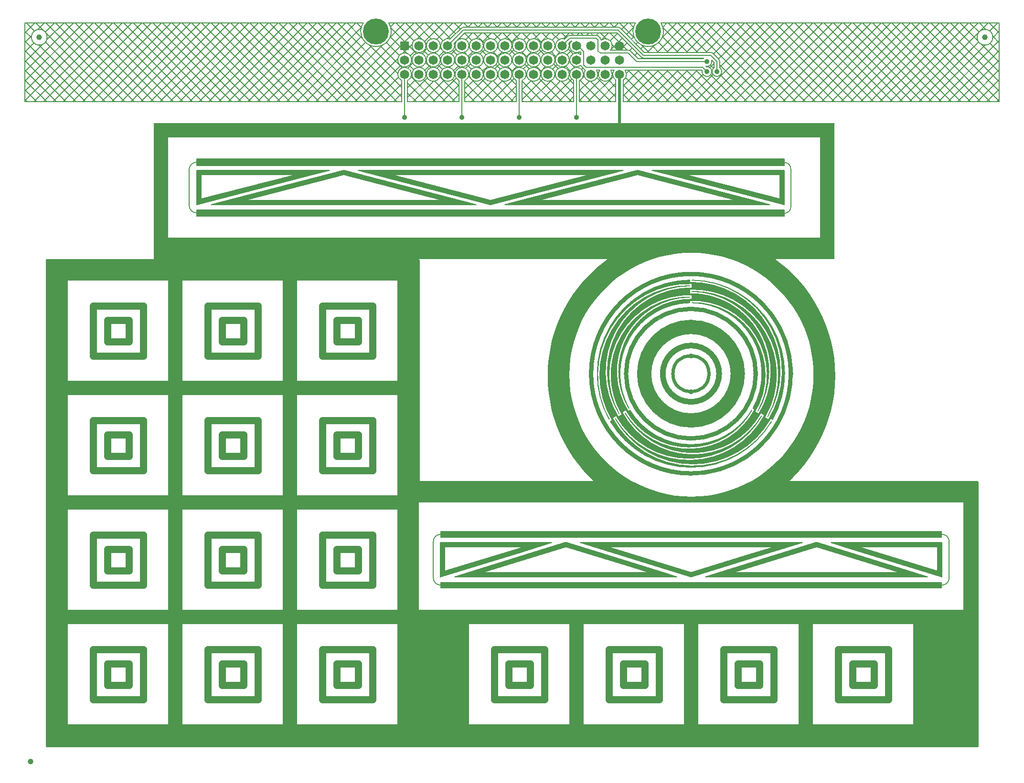
<source format=gtl>
%FSAX25Y25*%
%MOIN*%
G70*
G01*
G75*
G04 Layer_Physical_Order=1*
G04 Layer_Color=255*
%ADD10C,0.00787*%
%ADD11C,0.03937*%
%ADD12C,0.02362*%
%ADD13C,0.10000*%
%ADD14C,0.00800*%
%ADD15C,0.03937*%
%ADD16C,0.00600*%
%ADD17C,0.05000*%
%ADD18C,0.01200*%
%ADD19C,0.02000*%
%ADD20C,0.06496*%
%ADD21R,0.06496X0.06496*%
%ADD22C,0.18110*%
%ADD23C,0.03600*%
G36*
X0639200Y0513400D02*
X0597823D01*
X0601234Y0510890D01*
X0605891Y0507009D01*
X0610304Y0502854D01*
X0614459Y0498441D01*
X0618340Y0493785D01*
X0621932Y0488902D01*
X0625223Y0483812D01*
X0628201Y0478533D01*
X0630854Y0473083D01*
X0633174Y0467483D01*
X0635151Y0461753D01*
X0636779Y0455914D01*
X0638051Y0449988D01*
X0638963Y0443995D01*
X0639512Y0437959D01*
X0639695Y0431900D01*
X0639512Y0425841D01*
X0638963Y0419805D01*
X0638051Y0413812D01*
X0636779Y0407886D01*
X0635151Y0402047D01*
X0633174Y0396317D01*
X0630854Y0390717D01*
X0628201Y0385267D01*
X0625223Y0379988D01*
X0621932Y0374898D01*
X0618340Y0370016D01*
X0614459Y0365359D01*
X0610304Y0360946D01*
X0609384Y0360079D01*
X0608665Y0359402D01*
X0608661Y0359399D01*
X0607949Y0358730D01*
X0607933Y0358715D01*
X0607598Y0358401D01*
X0607600Y0358400D01*
Y0358400D01*
X0608070Y0358401D01*
X0609055Y0358402D01*
X0609061Y0358402D01*
X0609061Y0358402D01*
Y0358402D01*
D01*
Y0358402D01*
X0738926Y0358443D01*
X0739702Y0357651D01*
X0739743Y0173174D01*
X0738951Y0172398D01*
X0089474Y0172357D01*
X0088699Y0172900D01*
X0088657Y0512626D01*
X0089200Y0513402D01*
X0164200Y0513413D01*
Y0608400D01*
X0639200D01*
Y0513400D01*
D02*
G37*
%LPC*%
G36*
X0334200Y0498400D02*
X0264200D01*
Y0428400D01*
X0334200D01*
Y0498400D01*
D02*
G37*
G36*
X0254200D02*
X0184200D01*
Y0428400D01*
X0254200D01*
Y0498400D01*
D02*
G37*
G36*
X0174200D02*
X0104200D01*
Y0428400D01*
X0174200D01*
Y0498400D01*
D02*
G37*
G36*
X0694200Y0258400D02*
X0624200D01*
Y0188400D01*
X0694200D01*
Y0258400D01*
D02*
G37*
G36*
X0534200D02*
X0464200D01*
Y0188400D01*
X0534200D01*
Y0258400D01*
D02*
G37*
G36*
X0614200D02*
X0544200D01*
Y0188400D01*
X0614200D01*
Y0258400D01*
D02*
G37*
G36*
X0454200D02*
X0384200D01*
Y0188400D01*
X0454200D01*
Y0258400D01*
D02*
G37*
G36*
X0174200Y0338400D02*
X0104200D01*
Y0268400D01*
X0174200D01*
Y0338400D01*
D02*
G37*
G36*
X0334200Y0418400D02*
X0264200D01*
Y0348400D01*
X0334200D01*
Y0418400D01*
D02*
G37*
G36*
X0480877Y0513400D02*
X0348968D01*
X0349701Y0512651D01*
Y0358401D01*
X0471100Y0358400D01*
X0468396Y0360946D01*
X0464241Y0365359D01*
X0460360Y0370016D01*
X0456768Y0374898D01*
X0453477Y0379988D01*
X0450499Y0385267D01*
X0447846Y0390717D01*
X0445526Y0396317D01*
X0443549Y0402047D01*
X0441921Y0407886D01*
X0440649Y0413812D01*
X0439737Y0419805D01*
X0439188Y0425841D01*
X0439005Y0431900D01*
X0439188Y0437959D01*
X0439737Y0443995D01*
X0440649Y0449988D01*
X0441921Y0455914D01*
X0443549Y0461753D01*
X0445526Y0467483D01*
X0447846Y0473083D01*
X0450499Y0478533D01*
X0453477Y0483812D01*
X0456768Y0488902D01*
X0460360Y0493785D01*
X0464241Y0498441D01*
X0468396Y0502854D01*
X0472809Y0507009D01*
X0477465Y0510890D01*
X0480877Y0513400D01*
D02*
G37*
G36*
X0174200Y0418400D02*
X0104200D01*
Y0348400D01*
X0174200D01*
Y0418400D01*
D02*
G37*
G36*
X0254200D02*
X0184200D01*
Y0348400D01*
X0254200D01*
Y0418400D01*
D02*
G37*
G36*
X0334200Y0338400D02*
X0264200D01*
Y0268400D01*
X0334200D01*
Y0338400D01*
D02*
G37*
G36*
X0254200D02*
X0184200D01*
Y0268400D01*
X0254200D01*
Y0338400D01*
D02*
G37*
G36*
X0539350Y0517849D02*
X0533778Y0517666D01*
X0528229Y0517120D01*
X0522728Y0516212D01*
X0517299Y0514946D01*
X0512203Y0513400D01*
X0511964Y0513327D01*
X0506746Y0511364D01*
X0501667Y0509063D01*
X0496750Y0506434D01*
X0492016Y0503490D01*
X0487484Y0500243D01*
X0483174Y0496706D01*
X0479105Y0492895D01*
X0475294Y0488826D01*
X0471757Y0484516D01*
X0468510Y0479984D01*
X0465566Y0475249D01*
X0462937Y0470332D01*
X0460637Y0465254D01*
X0458673Y0460036D01*
X0457054Y0454701D01*
X0455788Y0449271D01*
X0454880Y0443771D01*
X0454333Y0438222D01*
X0454151Y0432650D01*
X0454333Y0427078D01*
X0454880Y0421529D01*
X0455788Y0416028D01*
X0457054Y0410599D01*
X0458673Y0405264D01*
X0460637Y0400046D01*
X0462937Y0394968D01*
X0465566Y0390051D01*
X0468510Y0385316D01*
X0471757Y0380784D01*
X0475294Y0376474D01*
X0479105Y0372405D01*
X0483174Y0368594D01*
X0487484Y0365057D01*
X0492016Y0361810D01*
X0496750Y0358866D01*
X0501667Y0356237D01*
X0506746Y0353937D01*
X0511964Y0351973D01*
X0517299Y0350354D01*
X0522728Y0349088D01*
X0528229Y0348180D01*
X0533778Y0347634D01*
X0539350Y0347451D01*
X0544922Y0347634D01*
X0550471Y0348180D01*
X0555971Y0349088D01*
X0561401Y0350354D01*
X0566736Y0351973D01*
X0571954Y0353937D01*
X0577033Y0356237D01*
X0581950Y0358866D01*
X0586684Y0361810D01*
X0591216Y0365057D01*
X0595526Y0368594D01*
X0599595Y0372405D01*
X0603406Y0376474D01*
X0606943Y0380784D01*
X0610190Y0385316D01*
X0613134Y0390051D01*
X0615763Y0394968D01*
X0618063Y0400046D01*
X0620027Y0405264D01*
X0621646Y0410599D01*
X0622912Y0416028D01*
X0623820Y0421529D01*
X0624367Y0427078D01*
X0624549Y0432650D01*
X0624367Y0438222D01*
X0623820Y0443771D01*
X0622912Y0449271D01*
X0621646Y0454701D01*
X0620027Y0460036D01*
X0618063Y0465254D01*
X0615763Y0470332D01*
X0613134Y0475249D01*
X0610190Y0479984D01*
X0606943Y0484516D01*
X0603406Y0488826D01*
X0599595Y0492895D01*
X0595526Y0496706D01*
X0591216Y0500243D01*
X0586684Y0503490D01*
X0581950Y0506434D01*
X0577033Y0509063D01*
X0571954Y0511364D01*
X0566736Y0513327D01*
X0566497Y0513400D01*
X0561401Y0514946D01*
X0555971Y0516212D01*
X0550471Y0517120D01*
X0544922Y0517666D01*
X0539350Y0517849D01*
D02*
G37*
G36*
X0729200Y0343400D02*
X0349200D01*
Y0268400D01*
X0729200D01*
Y0343400D01*
D02*
G37*
G36*
X0174200Y0258400D02*
X0104200D01*
Y0188400D01*
X0174200D01*
Y0258400D01*
D02*
G37*
G36*
X0629200Y0598400D02*
X0174200D01*
Y0528400D01*
X0629200D01*
Y0598400D01*
D02*
G37*
G36*
X0334200Y0258400D02*
X0264200D01*
Y0188400D01*
X0334200D01*
Y0258400D01*
D02*
G37*
G36*
X0254200D02*
X0184200D01*
Y0188400D01*
X0254200D01*
Y0258400D01*
D02*
G37*
%LPD*%
G36*
X0539200Y0291400D02*
X0461700Y0315400D01*
X0616700D01*
X0539200Y0291400D01*
D02*
G37*
G36*
X0704200D02*
X0549200D01*
X0626700Y0315400D01*
X0704200Y0291400D01*
D02*
G37*
G36*
X0364200D02*
Y0315400D01*
X0441700D01*
X0364200Y0291400D01*
D02*
G37*
G36*
X0528700D02*
X0374200D01*
X0451700Y0315400D01*
X0528700Y0291400D01*
D02*
G37*
G36*
X0544050Y0504082D02*
X0549083Y0503541D01*
X0554064Y0502642D01*
X0558969Y0501390D01*
X0563772Y0499791D01*
X0568448Y0497854D01*
X0572975Y0495588D01*
X0577328Y0493005D01*
X0581487Y0490118D01*
X0585428Y0486942D01*
X0589133Y0483493D01*
X0592582Y0479788D01*
X0595758Y0475846D01*
X0598645Y0471689D01*
X0601228Y0467335D01*
X0603494Y0462809D01*
X0605431Y0458132D01*
X0607030Y0453329D01*
X0608282Y0448424D01*
X0609180Y0443443D01*
X0609722Y0438410D01*
X0609902Y0433351D01*
X0609722Y0428292D01*
X0609180Y0423259D01*
X0608282Y0418278D01*
X0607030Y0413373D01*
X0605431Y0408570D01*
X0603494Y0403893D01*
X0601228Y0399367D01*
X0598645Y0395013D01*
X0595758Y0390855D01*
X0592582Y0386914D01*
X0589133Y0383209D01*
X0585428Y0379760D01*
X0581487Y0376583D01*
X0577328Y0373696D01*
X0572975Y0371113D01*
X0568448Y0368848D01*
X0563772Y0366911D01*
X0558969Y0365312D01*
X0554064Y0364060D01*
X0549083Y0363161D01*
X0544050Y0362620D01*
X0538991Y0362440D01*
X0533932Y0362620D01*
X0528899Y0363161D01*
X0523918Y0364060D01*
X0519013Y0365312D01*
X0514210Y0366911D01*
X0509533Y0368848D01*
X0505007Y0371113D01*
X0500653Y0373696D01*
X0496495Y0376583D01*
X0492554Y0379760D01*
X0488849Y0383209D01*
X0485400Y0386914D01*
X0482223Y0390855D01*
X0479337Y0395013D01*
X0476754Y0399367D01*
X0474488Y0403893D01*
X0472550Y0408570D01*
X0470952Y0413373D01*
X0469700Y0418278D01*
X0468801Y0423259D01*
X0468260Y0428292D01*
X0468080Y0433351D01*
X0468260Y0438410D01*
X0468801Y0443443D01*
X0469700Y0448424D01*
X0470952Y0453329D01*
X0472550Y0458132D01*
X0474488Y0462809D01*
X0476754Y0467335D01*
X0479337Y0471689D01*
X0482223Y0475846D01*
X0485400Y0479788D01*
X0488849Y0483493D01*
X0492554Y0486942D01*
X0496495Y0490118D01*
X0500653Y0493005D01*
X0505007Y0495588D01*
X0509533Y0497854D01*
X0514210Y0499791D01*
X0519013Y0501390D01*
X0523918Y0502642D01*
X0528899Y0503541D01*
X0533932Y0504082D01*
X0538991Y0504262D01*
X0544050Y0504082D01*
D02*
G37*
G36*
X0604200Y0578900D02*
X0194200D01*
Y0583400D01*
X0604200D01*
Y0578900D01*
D02*
G37*
G36*
X0714200Y0291400D02*
X0636700Y0315400D01*
X0714200D01*
Y0291400D01*
D02*
G37*
G36*
Y0318900D02*
X0364200D01*
Y0323400D01*
X0714200D01*
Y0318900D01*
D02*
G37*
G36*
X0399200Y0551400D02*
X0306700Y0575400D01*
X0491700D01*
X0399200Y0551400D01*
D02*
G37*
G36*
X0389200D02*
X0204300Y0551426D01*
X0227200Y0554400D01*
X0227300Y0554426D01*
D01*
X0204300Y0551426D01*
X0296700Y0575400D01*
X0389200Y0551400D01*
D02*
G37*
G36*
X0194200D02*
Y0575400D01*
X0286700D01*
X0194200Y0551400D01*
D02*
G37*
G36*
X0594200D02*
X0409200D01*
X0501700Y0575400D01*
X0594200Y0551400D01*
D02*
G37*
G36*
X0714200Y0283400D02*
X0364200D01*
Y0287900D01*
X0714200D01*
Y0283400D01*
D02*
G37*
G36*
X0604200Y0543400D02*
X0194200D01*
Y0547900D01*
X0604200D01*
Y0543400D01*
D02*
G37*
G36*
Y0551400D02*
X0511700Y0575400D01*
X0604200D01*
Y0551400D01*
D02*
G37*
%LPC*%
G36*
X0538991Y0501899D02*
X0534101Y0501724D01*
X0529236Y0501201D01*
X0524420Y0500332D01*
X0519679Y0499122D01*
X0515036Y0497577D01*
X0510515Y0495704D01*
X0506140Y0493514D01*
X0501931Y0491017D01*
X0497912Y0488226D01*
X0494102Y0485156D01*
X0490520Y0481821D01*
X0487186Y0478240D01*
X0484116Y0474430D01*
X0481325Y0470411D01*
X0478828Y0466202D01*
X0476638Y0461827D01*
X0474765Y0457306D01*
X0473220Y0452663D01*
X0472010Y0447922D01*
X0471141Y0443106D01*
X0470618Y0438241D01*
X0470443Y0433351D01*
X0470618Y0428461D01*
X0471141Y0423596D01*
X0472010Y0418780D01*
X0473220Y0414039D01*
X0474765Y0409396D01*
X0476638Y0404875D01*
X0478828Y0400499D01*
X0481325Y0396291D01*
X0484116Y0392272D01*
X0487186Y0388462D01*
X0490520Y0384880D01*
X0494102Y0381546D01*
X0497912Y0378476D01*
X0501931Y0375685D01*
X0506140Y0373188D01*
X0510515Y0370998D01*
X0515036Y0369125D01*
X0519679Y0367580D01*
X0524420Y0366370D01*
X0529236Y0365501D01*
X0534101Y0364978D01*
X0538991Y0364803D01*
X0543881Y0364978D01*
X0548746Y0365501D01*
X0553562Y0366370D01*
X0558303Y0367580D01*
X0562946Y0369125D01*
X0567467Y0370998D01*
X0571842Y0373188D01*
X0576051Y0375685D01*
X0580070Y0378476D01*
X0583880Y0381546D01*
X0587461Y0384880D01*
X0590796Y0388462D01*
X0593866Y0392272D01*
X0596657Y0396291D01*
X0599154Y0400499D01*
X0601344Y0404875D01*
X0603217Y0409396D01*
X0604762Y0414039D01*
X0605972Y0418780D01*
X0606841Y0423596D01*
X0607364Y0428461D01*
X0607539Y0433351D01*
X0607364Y0438241D01*
X0606841Y0443106D01*
X0605972Y0447922D01*
X0604762Y0452663D01*
X0603217Y0457306D01*
X0601344Y0461827D01*
X0599154Y0466202D01*
X0596657Y0470411D01*
X0593866Y0474430D01*
X0590796Y0478240D01*
X0587461Y0481821D01*
X0583880Y0485156D01*
X0580070Y0488226D01*
X0576051Y0491017D01*
X0571842Y0493514D01*
X0567467Y0495704D01*
X0562946Y0497577D01*
X0558303Y0499122D01*
X0553562Y0500332D01*
X0548746Y0501201D01*
X0543881Y0501724D01*
X0538991Y0501899D01*
D02*
G37*
G36*
X0601200Y0572400D02*
X0534700D01*
X0601200Y0555400D01*
Y0572400D01*
D02*
G37*
G36*
X0263700Y0572414D02*
X0197200Y0572400D01*
Y0555400D01*
X0263700Y0572414D01*
D02*
G37*
G36*
X0501700Y0572400D02*
X0432200Y0554400D01*
X0571200D01*
X0501700Y0572400D01*
D02*
G37*
G36*
X0468700D02*
X0329700D01*
X0399200Y0554400D01*
X0468700Y0572400D01*
D02*
G37*
G36*
X0597700Y0312400D02*
X0480700D01*
X0539200Y0294400D01*
X0597700Y0312400D01*
D02*
G37*
G36*
X0451700D02*
X0393200Y0294400D01*
X0510200D01*
X0451700Y0312400D01*
D02*
G37*
G36*
X0296700Y0572400D02*
X0227300Y0554426D01*
X0366200Y0554400D01*
X0296700Y0572400D01*
D02*
G37*
G36*
X0711200Y0312400D02*
X0655700D01*
X0711200Y0295400D01*
Y0312400D01*
D02*
G37*
G36*
X0422700D02*
X0367200D01*
Y0295400D01*
X0422700Y0312400D01*
D02*
G37*
G36*
X0626700D02*
X0568200Y0294400D01*
X0685200D01*
X0626700Y0312400D01*
D02*
G37*
%LPD*%
G36*
X0479039Y0407308D02*
X0478657Y0408137D01*
X0478341Y0408993D01*
X0479039Y0407308D01*
D02*
G37*
G36*
X0478341Y0408993D02*
X0477718Y0410497D01*
X0477090Y0412385D01*
X0478341Y0408993D01*
D02*
G37*
G36*
X0585768Y0407254D02*
X0585763Y0407257D01*
X0585763Y0407256D01*
X0585749Y0407264D01*
X0585763Y0407257D01*
X0585855Y0407422D01*
X0585768Y0407254D01*
D02*
G37*
G36*
X0588372Y0403931D02*
X0588372Y0403931D01*
X0588390Y0403921D01*
X0588059Y0403330D01*
X0587915Y0403115D01*
X0588372Y0403931D01*
X0588372Y0403932D01*
X0588372Y0403931D01*
D02*
G37*
G36*
X0480170Y0404855D02*
X0479505Y0406184D01*
X0479039Y0407308D01*
X0480170Y0404855D01*
D02*
G37*
G36*
X0543999Y0498558D02*
X0545322Y0498401D01*
X0543788Y0498566D01*
X0543999Y0498558D01*
D02*
G37*
G36*
X0541133Y0498670D02*
X0543656Y0498580D01*
X0543788Y0498566D01*
X0541133Y0498670D01*
X0539788Y0498719D01*
X0539788Y0498723D01*
X0541133Y0498670D01*
D02*
G37*
G36*
X0548298Y0498081D02*
X0548818Y0497988D01*
X0545322Y0498401D01*
X0548298Y0498081D01*
D02*
G37*
G36*
X0477090Y0412385D02*
X0476922Y0412839D01*
X0476831Y0413162D01*
X0477090Y0412385D01*
D02*
G37*
G36*
X0538203Y0498701D02*
X0538203Y0497148D01*
X0538991Y0497179D01*
X0543875Y0496987D01*
X0548729Y0496412D01*
X0553523Y0495459D01*
X0558228Y0494132D01*
X0562813Y0492440D01*
X0567252Y0490394D01*
X0571517Y0488005D01*
X0575581Y0485290D01*
X0579420Y0482264D01*
X0583009Y0478946D01*
X0586327Y0475356D01*
X0589353Y0471518D01*
X0592069Y0467453D01*
X0594457Y0463189D01*
X0596503Y0458750D01*
X0598195Y0454164D01*
X0599522Y0449460D01*
X0600476Y0444666D01*
X0601050Y0439812D01*
X0601242Y0434927D01*
X0601050Y0430043D01*
X0600476Y0425189D01*
X0599522Y0420395D01*
X0598195Y0415691D01*
X0596503Y0411105D01*
X0594457Y0406666D01*
X0592583Y0403319D01*
X0592569Y0403327D01*
X0593716Y0405374D01*
X0595685Y0409645D01*
X0597312Y0414056D01*
X0598589Y0418582D01*
X0599506Y0423194D01*
X0600059Y0427864D01*
X0600243Y0432563D01*
X0600059Y0437261D01*
X0599506Y0441931D01*
X0598589Y0446543D01*
X0597312Y0451069D01*
X0595685Y0455480D01*
X0593716Y0459751D01*
X0591418Y0463854D01*
X0588806Y0467763D01*
X0585895Y0471456D01*
X0582703Y0474909D01*
X0579250Y0478101D01*
X0575557Y0481012D01*
X0571647Y0483625D01*
X0567544Y0485922D01*
X0563274Y0487891D01*
X0558862Y0489519D01*
X0554337Y0490795D01*
X0549725Y0491712D01*
X0545055Y0492265D01*
X0540356Y0492450D01*
X0538203Y0492365D01*
X0538203Y0492365D01*
X0538203Y0489268D01*
X0538991Y0489298D01*
X0543257Y0489131D01*
X0547496Y0488629D01*
X0551684Y0487796D01*
X0555792Y0486637D01*
X0559798Y0485160D01*
X0563675Y0483372D01*
X0567400Y0481286D01*
X0570949Y0478915D01*
X0574302Y0476272D01*
X0577437Y0473374D01*
X0580335Y0470239D01*
X0582978Y0466886D01*
X0585350Y0463336D01*
X0587436Y0459612D01*
X0589223Y0455734D01*
X0590701Y0451729D01*
X0591859Y0447620D01*
X0592692Y0443433D01*
X0593194Y0439193D01*
X0593362Y0434928D01*
X0593194Y0430662D01*
X0592692Y0426422D01*
X0591859Y0422235D01*
X0590701Y0418126D01*
X0589223Y0414121D01*
X0587436Y0410244D01*
X0585855Y0407422D01*
X0587499Y0410579D01*
X0589236Y0414772D01*
X0590600Y0419100D01*
X0591582Y0423530D01*
X0592175Y0428029D01*
X0592373Y0432562D01*
X0592175Y0437096D01*
X0591582Y0441595D01*
X0590600Y0446025D01*
X0589236Y0450353D01*
X0587499Y0454545D01*
X0585404Y0458571D01*
X0582966Y0462398D01*
X0580203Y0465998D01*
X0577138Y0469344D01*
X0573792Y0472409D01*
X0570192Y0475172D01*
X0566365Y0477610D01*
X0562339Y0479705D01*
X0558147Y0481442D01*
X0553819Y0482806D01*
X0549389Y0483788D01*
X0544890Y0484381D01*
X0540356Y0484579D01*
X0538203Y0484485D01*
Y0484484D01*
X0538203Y0482970D01*
X0534663Y0482816D01*
X0530369Y0482250D01*
X0526140Y0481313D01*
X0522008Y0480010D01*
X0518006Y0478352D01*
X0514164Y0476352D01*
X0510511Y0474025D01*
X0507074Y0471388D01*
X0503881Y0468461D01*
X0500954Y0465268D01*
X0498317Y0461831D01*
X0495990Y0458178D01*
X0493990Y0454335D01*
X0492332Y0450333D01*
X0491029Y0446202D01*
X0490092Y0441973D01*
X0489526Y0437678D01*
X0489337Y0433351D01*
X0489526Y0429023D01*
X0490092Y0424729D01*
X0491029Y0420500D01*
X0492332Y0416368D01*
X0493990Y0412366D01*
X0495625Y0409224D01*
X0495620Y0409220D01*
X0495309Y0409708D01*
X0493277Y0413611D01*
X0491593Y0417676D01*
X0490270Y0421873D01*
X0489317Y0426169D01*
X0488743Y0430532D01*
X0488551Y0434928D01*
X0488743Y0439324D01*
X0489317Y0443687D01*
X0490270Y0447983D01*
X0491593Y0452179D01*
X0493277Y0456245D01*
X0495309Y0460148D01*
X0497673Y0463859D01*
X0500352Y0467350D01*
X0503325Y0470594D01*
X0506569Y0473567D01*
X0510060Y0476246D01*
X0513771Y0478610D01*
X0517674Y0480642D01*
X0521739Y0482326D01*
X0525936Y0483649D01*
X0530232Y0484601D01*
X0534595Y0485176D01*
X0538991Y0485368D01*
X0539778Y0485333D01*
Y0488425D01*
X0537625Y0488510D01*
X0533236Y0488337D01*
X0528873Y0487821D01*
X0524565Y0486964D01*
X0520337Y0485771D01*
X0516216Y0484251D01*
X0512226Y0482412D01*
X0508393Y0480265D01*
X0504741Y0477825D01*
X0501291Y0475105D01*
X0498065Y0472123D01*
X0495083Y0468897D01*
X0492363Y0465447D01*
X0489923Y0461795D01*
X0487776Y0457962D01*
X0485937Y0453972D01*
X0484417Y0449851D01*
X0483224Y0445623D01*
X0482367Y0441315D01*
X0481851Y0436952D01*
X0481678Y0432563D01*
X0481851Y0428173D01*
X0482367Y0423810D01*
X0483224Y0419502D01*
X0484417Y0415274D01*
X0485937Y0411153D01*
X0487776Y0407163D01*
X0488822Y0405295D01*
X0488822Y0405295D01*
X0488809Y0405288D01*
X0487035Y0408455D01*
X0485118Y0412613D01*
X0483534Y0416908D01*
X0482291Y0421315D01*
X0481398Y0425806D01*
X0480860Y0430352D01*
X0480680Y0434928D01*
X0480860Y0439502D01*
X0481398Y0444049D01*
X0482291Y0448540D01*
X0483534Y0452947D01*
X0485118Y0457242D01*
X0487035Y0461400D01*
X0489272Y0465395D01*
X0491816Y0469202D01*
X0494651Y0472797D01*
X0497759Y0476160D01*
X0501121Y0479268D01*
X0504716Y0482102D01*
X0508523Y0484646D01*
X0512518Y0486883D01*
X0516676Y0488800D01*
X0520972Y0490385D01*
X0525378Y0491627D01*
X0529869Y0492521D01*
X0534416Y0493059D01*
X0538991Y0493239D01*
X0539778Y0493208D01*
Y0496304D01*
X0539778Y0496305D01*
X0537626Y0496390D01*
X0532618Y0496193D01*
X0527641Y0495604D01*
X0522725Y0494626D01*
X0517902Y0493266D01*
X0513200Y0491531D01*
X0508649Y0489433D01*
X0504276Y0486984D01*
X0500109Y0484200D01*
X0496173Y0481097D01*
X0492493Y0477695D01*
X0489091Y0474015D01*
X0485988Y0470079D01*
X0483204Y0465912D01*
X0480755Y0461540D01*
X0478657Y0456988D01*
X0476922Y0452286D01*
X0475562Y0447463D01*
X0474584Y0442548D01*
X0473995Y0437570D01*
X0473798Y0432563D01*
X0473995Y0427555D01*
X0474584Y0422578D01*
X0475562Y0417662D01*
X0476831Y0413162D01*
X0476244Y0414927D01*
X0475089Y0419450D01*
X0474261Y0424044D01*
X0473762Y0428686D01*
X0473595Y0433351D01*
X0473762Y0438016D01*
X0474261Y0442658D01*
X0475089Y0447252D01*
X0476244Y0451775D01*
X0477718Y0456205D01*
X0479505Y0460517D01*
X0481594Y0464692D01*
X0483976Y0468707D01*
X0486639Y0472541D01*
X0489568Y0476176D01*
X0492749Y0479593D01*
X0496166Y0482774D01*
X0499800Y0485703D01*
X0503635Y0488366D01*
X0507650Y0490748D01*
X0511824Y0492837D01*
X0516137Y0494624D01*
X0520567Y0496098D01*
X0525090Y0497253D01*
X0529684Y0498081D01*
X0534326Y0498580D01*
X0538203Y0498719D01*
X0538203Y0498701D01*
D02*
G37*
G36*
X0594005Y0397995D02*
X0592903Y0396407D01*
X0591994Y0395046D01*
X0591695Y0394668D01*
X0592903Y0396407D01*
X0594335Y0398550D01*
X0594005Y0397995D01*
D02*
G37*
G36*
X0595205Y0399976D02*
X0594778Y0399213D01*
X0594335Y0398550D01*
X0595187Y0399986D01*
X0595205Y0399976D01*
D02*
G37*
G36*
X0591343Y0394161D02*
X0589149Y0391438D01*
X0591695Y0394668D01*
X0591343Y0394161D01*
D02*
G37*
G36*
X0543044Y0479675D02*
X0547066Y0479145D01*
X0551026Y0478267D01*
X0554895Y0477047D01*
X0558643Y0475495D01*
X0562241Y0473622D01*
X0565663Y0471442D01*
X0568881Y0468973D01*
X0571872Y0466232D01*
X0574613Y0463241D01*
X0577082Y0460023D01*
X0579262Y0456601D01*
X0581135Y0453003D01*
X0582688Y0449255D01*
X0583907Y0445386D01*
X0584785Y0441426D01*
X0585315Y0437404D01*
X0585492Y0433351D01*
X0585315Y0429298D01*
X0584785Y0425276D01*
X0583907Y0421316D01*
X0582688Y0417447D01*
X0581135Y0413699D01*
X0579262Y0410100D01*
X0577082Y0406679D01*
X0574613Y0403461D01*
X0571872Y0400470D01*
X0568881Y0397729D01*
X0565663Y0395259D01*
X0562241Y0393080D01*
X0558643Y0391207D01*
X0554895Y0389654D01*
X0551026Y0388434D01*
X0547066Y0387556D01*
X0543044Y0387027D01*
X0538991Y0386850D01*
X0534938Y0387027D01*
X0530916Y0387556D01*
X0526956Y0388434D01*
X0523087Y0389654D01*
X0519339Y0391207D01*
X0515740Y0393080D01*
X0512319Y0395259D01*
X0509101Y0397729D01*
X0506110Y0400470D01*
X0503369Y0403461D01*
X0500900Y0406679D01*
X0498720Y0410100D01*
X0496847Y0413699D01*
X0495294Y0417447D01*
X0494074Y0421316D01*
X0493196Y0425276D01*
X0492667Y0429298D01*
X0492490Y0433351D01*
X0492667Y0437404D01*
X0493196Y0441426D01*
X0494074Y0445386D01*
X0495294Y0449255D01*
X0496847Y0453003D01*
X0498720Y0456601D01*
X0500900Y0460023D01*
X0503369Y0463241D01*
X0506110Y0466232D01*
X0509101Y0468973D01*
X0512319Y0471442D01*
X0515740Y0473622D01*
X0519339Y0475495D01*
X0523087Y0477047D01*
X0526956Y0478267D01*
X0530916Y0479145D01*
X0534938Y0479675D01*
X0538991Y0479852D01*
X0543044Y0479675D01*
D02*
G37*
G36*
X0538204Y0494791D02*
X0538203Y0494784D01*
X0534292Y0494630D01*
X0529623Y0494077D01*
X0525010Y0493160D01*
X0520485Y0491884D01*
X0516073Y0490256D01*
X0511803Y0488287D01*
X0507700Y0485990D01*
X0503790Y0483377D01*
X0500097Y0480466D01*
X0496644Y0477274D01*
X0493452Y0473821D01*
X0490541Y0470128D01*
X0487929Y0466218D01*
X0485631Y0462116D01*
X0483662Y0457845D01*
X0482035Y0453434D01*
X0480758Y0448908D01*
X0479841Y0444296D01*
X0479288Y0439626D01*
X0479104Y0434928D01*
X0479288Y0430229D01*
X0479841Y0425559D01*
X0480758Y0420947D01*
X0482035Y0416421D01*
X0483662Y0412010D01*
X0485631Y0407739D01*
X0487929Y0403637D01*
X0488255Y0403148D01*
X0488277Y0403162D01*
X0490956Y0404708D01*
X0489181Y0407879D01*
X0487393Y0411756D01*
X0485916Y0415761D01*
X0484757Y0419870D01*
X0483924Y0424057D01*
X0483422Y0428297D01*
X0483254Y0432563D01*
X0483422Y0436828D01*
X0483924Y0441068D01*
X0484757Y0445255D01*
X0485916Y0449364D01*
X0487393Y0453369D01*
X0489181Y0457246D01*
X0491267Y0460971D01*
X0493638Y0464521D01*
X0496281Y0467874D01*
X0499179Y0471009D01*
X0502314Y0473907D01*
X0505667Y0476549D01*
X0509217Y0478921D01*
X0512942Y0481007D01*
X0516819Y0482795D01*
X0520824Y0484272D01*
X0524933Y0485431D01*
X0529120Y0486264D01*
X0533359Y0486766D01*
X0537625Y0486934D01*
X0538203Y0486911D01*
X0538203Y0486910D01*
X0534457Y0486746D01*
X0529958Y0486154D01*
X0525528Y0485172D01*
X0521200Y0483807D01*
X0517008Y0482070D01*
X0512983Y0479975D01*
X0509156Y0477537D01*
X0505556Y0474775D01*
X0502210Y0471709D01*
X0499144Y0468363D01*
X0496382Y0464763D01*
X0493944Y0460936D01*
X0491848Y0456911D01*
X0490112Y0452718D01*
X0488747Y0448391D01*
X0487765Y0443960D01*
X0487173Y0439461D01*
X0486975Y0434928D01*
X0487173Y0430394D01*
X0487765Y0425895D01*
X0488747Y0421465D01*
X0490112Y0417137D01*
X0491848Y0412945D01*
X0493944Y0408920D01*
X0495101Y0407102D01*
X0495102Y0407102D01*
X0495102D01*
X0496413Y0407859D01*
X0498317Y0404871D01*
X0500954Y0401434D01*
X0503881Y0398240D01*
X0507074Y0395314D01*
X0510511Y0392677D01*
X0514164Y0390350D01*
X0518006Y0388350D01*
X0522008Y0386692D01*
X0526140Y0385389D01*
X0530369Y0384452D01*
X0534663Y0383886D01*
X0538991Y0383697D01*
X0543319Y0383886D01*
X0547613Y0384452D01*
X0551842Y0385389D01*
X0555973Y0386692D01*
X0559975Y0388350D01*
X0563818Y0390350D01*
X0567471Y0392677D01*
X0570908Y0395314D01*
X0574101Y0398240D01*
X0577028Y0401434D01*
X0579665Y0404871D01*
X0581568Y0407859D01*
X0581575Y0407856D01*
X0581308Y0407343D01*
X0578943Y0403631D01*
X0576264Y0400140D01*
X0573292Y0396896D01*
X0570047Y0393923D01*
X0566556Y0391245D01*
X0562845Y0388880D01*
X0558942Y0386848D01*
X0554877Y0385164D01*
X0550680Y0383841D01*
X0546384Y0382889D01*
X0542021Y0382315D01*
X0537625Y0382123D01*
X0533229Y0382315D01*
X0528866Y0382889D01*
X0524571Y0383841D01*
X0520374Y0385164D01*
X0516308Y0386848D01*
X0512405Y0388880D01*
X0508694Y0391245D01*
X0505203Y0393923D01*
X0501959Y0396896D01*
X0498986Y0400140D01*
X0496307Y0403631D01*
X0493943Y0407343D01*
X0493579Y0408042D01*
X0490886Y0406487D01*
X0492654Y0403330D01*
X0495094Y0399678D01*
X0497814Y0396228D01*
X0500796Y0393002D01*
X0504022Y0390020D01*
X0507472Y0387301D01*
X0511124Y0384860D01*
X0514957Y0382714D01*
X0518946Y0380874D01*
X0523068Y0379354D01*
X0527296Y0378162D01*
X0531604Y0377304D01*
X0535967Y0376788D01*
X0540356Y0376616D01*
X0544746Y0376788D01*
X0549108Y0377304D01*
X0553417Y0378162D01*
X0557645Y0379354D01*
X0561766Y0380874D01*
X0565756Y0382714D01*
X0569589Y0384860D01*
X0573241Y0387301D01*
X0576691Y0390020D01*
X0579917Y0393002D01*
X0582899Y0396228D01*
X0585618Y0399678D01*
X0587915Y0403115D01*
X0587344Y0402095D01*
X0584800Y0398288D01*
X0581966Y0394693D01*
X0578858Y0391331D01*
X0575496Y0388223D01*
X0571900Y0385388D01*
X0568093Y0382844D01*
X0564098Y0380607D01*
X0559940Y0378690D01*
X0555645Y0377105D01*
X0551238Y0375863D01*
X0546747Y0374970D01*
X0542201Y0374431D01*
X0537626Y0374252D01*
X0533050Y0374431D01*
X0528504Y0374970D01*
X0524013Y0375863D01*
X0519606Y0377105D01*
X0515311Y0378690D01*
X0511153Y0380607D01*
X0507158Y0382844D01*
X0503351Y0385388D01*
X0499755Y0388223D01*
X0496393Y0391331D01*
X0493286Y0394693D01*
X0490451Y0398288D01*
X0487907Y0402095D01*
X0486776Y0404114D01*
X0486776Y0404114D01*
X0486776D01*
X0484066Y0402550D01*
X0485934Y0399213D01*
X0488719Y0395046D01*
X0491821Y0391110D01*
X0495224Y0387430D01*
X0498904Y0384028D01*
X0502839Y0380925D01*
X0507007Y0378141D01*
X0511379Y0375692D01*
X0515931Y0373594D01*
X0520632Y0371859D01*
X0525456Y0370499D01*
X0530371Y0369521D01*
X0535348Y0368932D01*
X0540356Y0368735D01*
X0545364Y0368932D01*
X0550341Y0369521D01*
X0555256Y0370499D01*
X0560080Y0371859D01*
X0564782Y0373594D01*
X0569333Y0375692D01*
X0573706Y0378141D01*
X0577873Y0380925D01*
X0581809Y0384028D01*
X0585489Y0387430D01*
X0588846Y0391062D01*
X0589149Y0391438D01*
X0588891Y0391110D01*
X0588846Y0391062D01*
X0588414Y0390526D01*
X0585233Y0387109D01*
X0581816Y0383928D01*
X0578181Y0380999D01*
X0574347Y0378336D01*
X0570332Y0375954D01*
X0566157Y0373865D01*
X0561844Y0372078D01*
X0557415Y0370604D01*
X0552892Y0369449D01*
X0548298Y0368620D01*
X0543656Y0368122D01*
X0538991Y0367955D01*
X0534326Y0368122D01*
X0529684Y0368620D01*
X0525090Y0369449D01*
X0520567Y0370604D01*
X0516137Y0372078D01*
X0511824Y0373865D01*
X0507650Y0375954D01*
X0503635Y0378336D01*
X0499800Y0380999D01*
X0496166Y0383928D01*
X0492749Y0387109D01*
X0489568Y0390526D01*
X0486639Y0394161D01*
X0483976Y0397995D01*
X0482790Y0399994D01*
X0482790D01*
X0484136Y0400771D01*
X0482159Y0404301D01*
X0480113Y0408740D01*
X0478421Y0413326D01*
X0477094Y0418030D01*
X0476141Y0422824D01*
X0475566Y0427678D01*
X0475374Y0432563D01*
X0475566Y0437447D01*
X0476141Y0442301D01*
X0477094Y0447095D01*
X0478421Y0451799D01*
X0480113Y0456385D01*
X0482159Y0460824D01*
X0484548Y0465089D01*
X0487263Y0469153D01*
X0490289Y0472992D01*
X0493607Y0476581D01*
X0497197Y0479899D01*
X0501035Y0482925D01*
X0505099Y0485641D01*
X0509364Y0488029D01*
X0513803Y0490075D01*
X0518389Y0491767D01*
X0523093Y0493094D01*
X0527887Y0494047D01*
X0532741Y0494622D01*
X0537626Y0494814D01*
X0538204Y0494791D01*
D02*
G37*
G36*
X0482003Y0401358D02*
X0481986Y0401349D01*
X0481594Y0402010D01*
X0481228Y0402741D01*
X0482003Y0401358D01*
D02*
G37*
G36*
X0481228Y0402741D02*
X0480755Y0403586D01*
X0480170Y0404855D01*
X0481228Y0402741D01*
D02*
G37*
G36*
X0486706Y0401058D02*
X0486563Y0401272D01*
X0486182Y0401952D01*
X0486200Y0401963D01*
X0486706Y0401058D01*
D02*
G37*
G36*
X0548976Y0497969D02*
X0549505Y0497863D01*
X0552892Y0497253D01*
X0557415Y0496098D01*
X0561844Y0494624D01*
X0566157Y0492837D01*
X0570332Y0490748D01*
X0574347Y0488366D01*
X0578181Y0485703D01*
X0581816Y0482774D01*
X0585233Y0479593D01*
X0588414Y0476176D01*
X0591343Y0472541D01*
X0594005Y0468707D01*
X0596388Y0464692D01*
X0598477Y0460517D01*
X0600264Y0456205D01*
X0601738Y0451775D01*
X0602892Y0447252D01*
X0603721Y0442658D01*
X0604220Y0438016D01*
X0604387Y0433351D01*
X0604220Y0428686D01*
X0603721Y0424044D01*
X0602892Y0419450D01*
X0601738Y0414927D01*
X0600264Y0410497D01*
X0598477Y0406184D01*
X0596388Y0402010D01*
X0595995Y0401349D01*
X0594615Y0402145D01*
X0594615Y0402145D01*
X0593434Y0400036D01*
X0590718Y0395972D01*
X0587692Y0392134D01*
X0584374Y0388544D01*
X0580785Y0385226D01*
X0576946Y0382200D01*
X0572882Y0379485D01*
X0568618Y0377097D01*
X0564179Y0375050D01*
X0559593Y0373358D01*
X0554888Y0372031D01*
X0550094Y0371078D01*
X0545240Y0370503D01*
X0540356Y0370311D01*
X0535472Y0370503D01*
X0530618Y0371078D01*
X0525824Y0372031D01*
X0521119Y0373358D01*
X0516534Y0375050D01*
X0512095Y0377097D01*
X0507830Y0379485D01*
X0503766Y0382200D01*
X0499927Y0385226D01*
X0496338Y0388544D01*
X0493020Y0392134D01*
X0489994Y0395972D01*
X0487278Y0400036D01*
X0486706Y0401058D01*
X0489176Y0397362D01*
X0492087Y0393669D01*
X0495279Y0390216D01*
X0498732Y0387024D01*
X0502425Y0384113D01*
X0506335Y0381501D01*
X0510437Y0379203D01*
X0514708Y0377234D01*
X0519119Y0375607D01*
X0523645Y0374330D01*
X0528257Y0373413D01*
X0532927Y0372860D01*
X0537626Y0372676D01*
X0542324Y0372860D01*
X0546994Y0373413D01*
X0551606Y0374330D01*
X0556132Y0375607D01*
X0560543Y0377234D01*
X0564814Y0379203D01*
X0568916Y0381501D01*
X0572826Y0384113D01*
X0576519Y0387024D01*
X0579972Y0390216D01*
X0583164Y0393669D01*
X0586075Y0397362D01*
X0588688Y0401272D01*
X0590506Y0404519D01*
X0587795Y0406083D01*
Y0406083D01*
X0587795Y0406083D01*
X0586715Y0404154D01*
X0584343Y0400604D01*
X0581700Y0397252D01*
X0578802Y0394116D01*
X0575667Y0391219D01*
X0572315Y0388576D01*
X0568765Y0386204D01*
X0565040Y0384118D01*
X0561163Y0382330D01*
X0557158Y0380853D01*
X0553049Y0379694D01*
X0548862Y0378861D01*
X0544622Y0378359D01*
X0540356Y0378192D01*
X0536091Y0378359D01*
X0531851Y0378861D01*
X0527664Y0379694D01*
X0523555Y0380853D01*
X0519550Y0382330D01*
X0515672Y0384118D01*
X0511948Y0386204D01*
X0508398Y0388576D01*
X0505045Y0391219D01*
X0501910Y0394116D01*
X0499012Y0397252D01*
X0496369Y0400604D01*
X0493998Y0404154D01*
X0493200Y0405578D01*
X0493002Y0405889D01*
X0493020Y0405900D01*
X0493200Y0405578D01*
X0495016Y0402727D01*
X0497779Y0399127D01*
X0500844Y0395781D01*
X0504190Y0392716D01*
X0507790Y0389953D01*
X0511617Y0387515D01*
X0515642Y0385420D01*
X0519835Y0383683D01*
X0524162Y0382319D01*
X0528593Y0381337D01*
X0533092Y0380744D01*
X0537625Y0380546D01*
X0542159Y0380744D01*
X0546658Y0381337D01*
X0551088Y0382319D01*
X0555416Y0383683D01*
X0559608Y0385420D01*
X0563633Y0387515D01*
X0567460Y0389953D01*
X0571061Y0392716D01*
X0574406Y0395781D01*
X0577472Y0399127D01*
X0580234Y0402727D01*
X0582673Y0406554D01*
X0583668Y0408466D01*
X0583668Y0408466D01*
X0582339Y0409233D01*
X0582356Y0409224D01*
X0583992Y0412366D01*
X0585650Y0416368D01*
X0586953Y0420500D01*
X0587890Y0424729D01*
X0588455Y0429023D01*
X0588645Y0433351D01*
X0588455Y0437678D01*
X0587890Y0441973D01*
X0586953Y0446202D01*
X0585650Y0450333D01*
X0583992Y0454335D01*
X0581992Y0458178D01*
X0579665Y0461831D01*
X0577028Y0465268D01*
X0574101Y0468461D01*
X0570908Y0471388D01*
X0567471Y0474025D01*
X0563818Y0476352D01*
X0559975Y0478352D01*
X0555973Y0480010D01*
X0551842Y0481313D01*
X0547613Y0482250D01*
X0543319Y0482816D01*
X0539779Y0482970D01*
X0539778Y0482977D01*
X0540356Y0483002D01*
X0544753Y0482810D01*
X0549115Y0482236D01*
X0553411Y0481284D01*
X0557608Y0479960D01*
X0561673Y0478276D01*
X0565576Y0476245D01*
X0569288Y0473880D01*
X0572779Y0471202D01*
X0576023Y0468229D01*
X0578996Y0464985D01*
X0581674Y0461494D01*
X0584039Y0457782D01*
X0586070Y0453879D01*
X0587754Y0449814D01*
X0589078Y0445617D01*
X0590030Y0441321D01*
X0590604Y0436959D01*
X0590796Y0432562D01*
X0590604Y0428166D01*
X0590030Y0423804D01*
X0589078Y0419508D01*
X0587754Y0415311D01*
X0586070Y0411246D01*
X0584039Y0407343D01*
X0583615Y0406678D01*
X0586293Y0405132D01*
X0586310Y0405121D01*
X0586693Y0405695D01*
X0588840Y0409528D01*
X0590679Y0413518D01*
X0592200Y0417639D01*
X0593392Y0421867D01*
X0594249Y0426176D01*
X0594765Y0430538D01*
X0594938Y0434928D01*
X0594765Y0439317D01*
X0594249Y0443680D01*
X0593392Y0447988D01*
X0592200Y0452216D01*
X0590679Y0456338D01*
X0588840Y0460327D01*
X0586693Y0464160D01*
X0584253Y0467812D01*
X0581533Y0471262D01*
X0578551Y0474488D01*
X0575325Y0477470D01*
X0571876Y0480190D01*
X0568223Y0482630D01*
X0564390Y0484777D01*
X0560401Y0486616D01*
X0556279Y0488136D01*
X0552051Y0489329D01*
X0547743Y0490186D01*
X0543380Y0490702D01*
X0539779Y0490844D01*
X0539778Y0490826D01*
X0539778Y0490851D01*
X0540356Y0490874D01*
X0544931Y0490694D01*
X0549478Y0490156D01*
X0553969Y0489263D01*
X0558375Y0488020D01*
X0562671Y0486435D01*
X0566829Y0484518D01*
X0570824Y0482281D01*
X0574631Y0479737D01*
X0578226Y0476903D01*
X0581588Y0473795D01*
X0584696Y0470433D01*
X0587531Y0466837D01*
X0590075Y0463030D01*
X0592312Y0459035D01*
X0594229Y0454877D01*
X0595813Y0450582D01*
X0597056Y0446175D01*
X0597949Y0441684D01*
X0598488Y0437138D01*
X0598667Y0432563D01*
X0598488Y0427988D01*
X0597949Y0423441D01*
X0597056Y0418950D01*
X0595813Y0414543D01*
X0594229Y0410248D01*
X0592312Y0406090D01*
X0590436Y0402740D01*
X0593117Y0401192D01*
X0593144Y0401175D01*
X0593413Y0401578D01*
X0595861Y0405950D01*
X0597960Y0410502D01*
X0599694Y0415204D01*
X0601055Y0420027D01*
X0602032Y0424943D01*
X0602621Y0429919D01*
X0602818Y0434927D01*
X0602621Y0439935D01*
X0602032Y0444912D01*
X0601055Y0449827D01*
X0599694Y0454651D01*
X0597960Y0459353D01*
X0595861Y0463904D01*
X0593413Y0468277D01*
X0590628Y0472444D01*
X0587526Y0476380D01*
X0584124Y0480060D01*
X0580443Y0483462D01*
X0576508Y0486565D01*
X0572340Y0489349D01*
X0567968Y0491798D01*
X0563416Y0493896D01*
X0558715Y0495631D01*
X0553891Y0496991D01*
X0549505Y0497863D01*
X0548818Y0497988D01*
X0548976Y0497969D01*
D02*
G37*
%LPC*%
G36*
X0538991Y0477487D02*
X0535144Y0477319D01*
X0531327Y0476817D01*
X0527567Y0475983D01*
X0523895Y0474826D01*
X0520338Y0473352D01*
X0516923Y0471574D01*
X0513675Y0469505D01*
X0510620Y0467162D01*
X0507782Y0464560D01*
X0505180Y0461721D01*
X0502836Y0458667D01*
X0500768Y0455419D01*
X0498990Y0452004D01*
X0497516Y0448447D01*
X0496358Y0444774D01*
X0495525Y0441015D01*
X0495022Y0437198D01*
X0494854Y0433351D01*
X0495022Y0429504D01*
X0495525Y0425687D01*
X0496358Y0421927D01*
X0497516Y0418255D01*
X0498990Y0414698D01*
X0500768Y0411283D01*
X0502836Y0408035D01*
X0505180Y0404981D01*
X0507782Y0402142D01*
X0510620Y0399540D01*
X0513675Y0397196D01*
X0516923Y0395128D01*
X0520338Y0393350D01*
X0523895Y0391876D01*
X0527567Y0390718D01*
X0531327Y0389885D01*
X0535144Y0389382D01*
X0538991Y0389214D01*
X0542838Y0389382D01*
X0546655Y0389885D01*
X0550414Y0390718D01*
X0554086Y0391876D01*
X0557644Y0393350D01*
X0561059Y0395128D01*
X0564307Y0397196D01*
X0567361Y0399540D01*
X0570200Y0402142D01*
X0572801Y0404981D01*
X0575145Y0408035D01*
X0577214Y0411283D01*
X0578992Y0414698D01*
X0580466Y0418255D01*
X0581624Y0421927D01*
X0582457Y0425687D01*
X0582960Y0429504D01*
X0583127Y0433351D01*
X0582960Y0437198D01*
X0582457Y0441015D01*
X0581624Y0444774D01*
X0580466Y0448447D01*
X0578992Y0452004D01*
X0577214Y0455419D01*
X0575145Y0458667D01*
X0572801Y0461721D01*
X0570200Y0464560D01*
X0567361Y0467162D01*
X0564307Y0469505D01*
X0561059Y0471574D01*
X0557644Y0473352D01*
X0554086Y0474826D01*
X0550414Y0475983D01*
X0546655Y0476817D01*
X0542838Y0477319D01*
X0538991Y0477487D01*
D02*
G37*
G36*
X0539778Y0493208D02*
Y0493189D01*
X0539779Y0493208D01*
X0539778Y0493208D01*
D02*
G37*
G36*
Y0485314D02*
X0539778Y0485314D01*
X0539778D01*
Y0485314D01*
D02*
G37*
G36*
X0493596Y0408051D02*
X0493579Y0408042D01*
X0493579Y0408042D01*
X0493596Y0408051D01*
D02*
G37*
G36*
X0539778Y0493189D02*
X0539778Y0493188D01*
X0539778D01*
Y0493189D01*
D02*
G37*
G36*
Y0485333D02*
Y0485314D01*
X0539779Y0485333D01*
X0539778Y0485333D01*
D02*
G37*
%LPD*%
G54D10*
X0493020Y0405900D02*
G03*
X0587795Y0406083I0047337J0026662D01*
G01*
X0486200Y0401963D02*
G03*
X0590492Y0404526I0051425J0030600D01*
G01*
X0486200Y0401963D02*
G03*
X0594615Y0402145I0054156J0030600D01*
G01*
X0538991Y0362485D02*
G03*
X0589550Y0483007I0000000J0070866D01*
G01*
X0538991Y0364847D02*
G03*
X0538991Y0501855I0000000J0068504D01*
G01*
X0583598Y0406688D02*
G03*
X0539779Y0482951I-0043242J0025875D01*
G01*
X0582339Y0409233D02*
G03*
X0539779Y0482951I-0043349J0024118D01*
G01*
X0585749Y0407264D02*
G03*
X0538203Y0489251I-0046759J0027663D01*
G01*
X0585749Y0407264D02*
G03*
X0538203Y0484484I-0045393J0025298D01*
G01*
X0592569Y0403327D02*
G03*
X0538203Y0497126I-0053578J0031601D01*
G01*
X0592569Y0403327D02*
G03*
X0538203Y0492365I-0052213J0029236D01*
G01*
X0583085Y0433351D02*
G03*
X0583085Y0433351I-0044094J0000000D01*
G01*
X0585448D02*
G03*
X0585448Y0433351I-0046457J0000000D01*
G01*
X0493020Y0405900D02*
G03*
X0583668Y0408466I0044605J0026662D01*
G01*
X0538991Y0504217D02*
G03*
X0538991Y0362485I0000000J-0070866D01*
G01*
Y0501855D02*
G03*
X0538991Y0364847I0000000J-0068504D01*
G01*
X0589550Y0483007D02*
G03*
X0538991Y0504217I-0050559J-0049657D01*
G01*
X0586293Y0405132D02*
G03*
X0539778Y0490826I-0047302J0029796D01*
G01*
X0590418Y0402750D02*
G03*
X0539778Y0490826I-0050062J0029812D01*
G01*
X0593117Y0401192D02*
G03*
X0539787Y0498700I-0054126J0033735D01*
G01*
X0595979Y0401358D02*
G03*
X0539787Y0498700I-0056988J0031993D01*
G01*
X0539778Y0496304D02*
G03*
X0482003Y0401358I-0002153J-0063742D01*
G01*
X0538203Y0498701D02*
G03*
X0482003Y0401358I0000787J-0065350D01*
G01*
X0539778Y0485314D02*
G03*
X0495642Y0409233I-0000787J-0050386D01*
G01*
X0539778Y0493188D02*
G03*
X0488822Y0405295I-0000787J-0058261D01*
G01*
X0539778Y0488425D02*
G03*
X0488822Y0405295I-0002153J-0055862D01*
G01*
X0538203Y0482951D02*
G03*
X0495642Y0409233I0000787J-0049600D01*
G01*
X0484078Y0402556D02*
G03*
X0595187Y0399986I0056278J0030007D01*
G01*
X0482790Y0399994D02*
G03*
X0595187Y0399986I0056201J0033357D01*
G01*
X0490902Y0406496D02*
G03*
X0588372Y0403932I0049455J0026067D01*
G01*
X0486776Y0404114D02*
G03*
X0588372Y0403932I0050849J0028449D01*
G01*
X0496430Y0407869D02*
G03*
X0581552Y0407869I0042561J0025482D01*
G01*
X0493596Y0408051D02*
G03*
X0581552Y0407869I0044029J0024511D01*
G01*
X0538203Y0486889D02*
G03*
X0495102Y0407102I0000788J-0051961D01*
G01*
X0538203Y0486889D02*
G03*
X0490974Y0404719I-0000578J-0054326D01*
G01*
X0538203Y0494763D02*
G03*
X0484154Y0400782I-0000578J-0062200D01*
G01*
X0538203Y0494763D02*
G03*
X0488277Y0403162I0000788J-0059836D01*
G01*
X0539778Y0493188D02*
Y0496304D01*
X0495102Y0407102D02*
X0496430Y0407869D01*
X0490902Y0406496D02*
X0493596Y0408051D01*
X0488277Y0403162D02*
X0490974Y0404719D01*
X0484078Y0402556D02*
X0486776Y0404114D01*
X0482790Y0399994D02*
X0484154Y0400782D01*
X0539778Y0485314D02*
Y0488425D01*
X0538203Y0482951D02*
Y0484484D01*
X0582339Y0409233D02*
X0583668Y0408466D01*
X0583598Y0406688D02*
X0586293Y0405132D01*
X0594615Y0402145D02*
X0595979Y0401358D01*
X0590418Y0402750D02*
X0593117Y0401192D01*
X0587795Y0406083D02*
X0590492Y0404526D01*
X0538991Y0362485D02*
Y0364847D01*
Y0501855D02*
Y0504217D01*
X0538203Y0489251D02*
Y0492365D01*
Y0497126D02*
Y0498701D01*
G54D11*
X0558676Y0433351D02*
G03*
X0558676Y0433351I-0019685J0000000D01*
G01*
G54D12*
X0551590Y0433345D02*
G03*
X0551590Y0433345I-0012598J0000000D01*
G01*
G54D13*
X0571683D02*
G03*
X0571683Y0433345I-0032677J0000000D01*
G01*
G54D14*
X0608700Y0576400D02*
G03*
X0604200Y0580900I-0004500J0000000D01*
G01*
Y0545400D02*
G03*
X0608700Y0549900I0000000J0004500D01*
G01*
X0194200Y0581150D02*
G03*
X0188700Y0575650I0000000J-0005500D01*
G01*
Y0551150D02*
G03*
X0194200Y0545650I0005500J0000000D01*
G01*
X0714200Y0285650D02*
G03*
X0719200Y0290650I0000000J0005000D01*
G01*
Y0316150D02*
G03*
X0714200Y0321150I-0005000J0000000D01*
G01*
X0359200Y0290650D02*
G03*
X0364200Y0285650I0005000J0000000D01*
G01*
Y0321150D02*
G03*
X0359200Y0316150I0000000J-0005000D01*
G01*
X0341200Y0638118D02*
G03*
X0344048Y0642534I-0002000J0004416D01*
G01*
D02*
G03*
X0337200Y0638118I-0004848J0000000D01*
G01*
X0354048Y0642534D02*
G03*
X0354048Y0642534I-0004848J0000000D01*
G01*
X0364048D02*
G03*
X0364048Y0642534I-0004848J0000000D01*
G01*
X0374048D02*
G03*
X0374048Y0642534I-0004848J0000000D01*
G01*
X0384048D02*
G03*
X0377200Y0638118I-0004848J0000000D01*
G01*
X0394048Y0642534D02*
G03*
X0394048Y0642534I-0004848J0000000D01*
G01*
X0414048D02*
G03*
X0414048Y0642534I-0004848J0000000D01*
G01*
X0404048D02*
G03*
X0404048Y0642534I-0004848J0000000D01*
G01*
X0424048D02*
G03*
X0417200Y0638118I-0004848J0000000D01*
G01*
X0434048Y0642534D02*
G03*
X0434048Y0642534I-0004848J0000000D01*
G01*
X0421200Y0638118D02*
G03*
X0424048Y0642534I-0002000J0004416D01*
G01*
X0381200Y0638118D02*
G03*
X0384048Y0642534I-0002000J0004416D01*
G01*
X0344048Y0652534D02*
G03*
X0344048Y0652534I-0004848J0000000D01*
G01*
X0354048D02*
G03*
X0354048Y0652534I-0004848J0000000D01*
G01*
X0364048D02*
G03*
X0364048Y0652534I-0004848J0000000D01*
G01*
X0374048D02*
G03*
X0374048Y0652534I-0004848J0000000D01*
G01*
Y0662534D02*
G03*
X0373747Y0664215I-0004848J0000000D01*
G01*
X0089687Y0668400D02*
G03*
X0089687Y0668400I-0005487J0000000D01*
G01*
X0310305Y0678400D02*
G03*
X0329855Y0672534I0008895J-0005866D01*
G01*
D02*
G03*
X0328095Y0678400I-0010655J0000000D01*
G01*
X0354048Y0662534D02*
G03*
X0354048Y0662534I-0004848J0000000D01*
G01*
X0364048D02*
G03*
X0364048Y0662534I-0004848J0000000D01*
G01*
X0370936Y0667060D02*
G03*
X0374048Y0662534I-0001736J-0004526D01*
G01*
X0380200Y0675400D02*
G03*
X0378792Y0674820I0000000J-0002000D01*
G01*
X0380200Y0675400D02*
G03*
X0378795Y0674823I0000000J-0002000D01*
G01*
X0384048Y0652534D02*
G03*
X0384048Y0652534I-0004848J0000000D01*
G01*
X0394048D02*
G03*
X0394048Y0652534I-0004848J0000000D01*
G01*
X0404048D02*
G03*
X0404048Y0652534I-0004848J0000000D01*
G01*
X0414048D02*
G03*
X0414048Y0652534I-0004848J0000000D01*
G01*
X0424048D02*
G03*
X0424048Y0652534I-0004848J0000000D01*
G01*
X0434048D02*
G03*
X0434048Y0652534I-0004848J0000000D01*
G01*
X0384048Y0662534D02*
G03*
X0384048Y0662534I-0004848J0000000D01*
G01*
X0394048D02*
G03*
X0394048Y0662534I-0004848J0000000D01*
G01*
X0404048D02*
G03*
X0404048Y0662534I-0004848J0000000D01*
G01*
X0414048D02*
G03*
X0414048Y0662534I-0004848J0000000D01*
G01*
X0424048D02*
G03*
X0424048Y0662534I-0004848J0000000D01*
G01*
X0434048D02*
G03*
X0434048Y0662534I-0004848J0000000D01*
G01*
X0461200Y0638118D02*
G03*
X0464048Y0642534I-0002000J0004416D01*
G01*
X0491800Y0638442D02*
G03*
X0494048Y0642534I-0002600J0004092D01*
G01*
X0444048D02*
G03*
X0444048Y0642534I-0004848J0000000D01*
G01*
X0454048D02*
G03*
X0454048Y0642534I-0004848J0000000D01*
G01*
X0465343Y0645471D02*
G03*
X0474048Y0642534I0003857J-0002937D01*
G01*
X0464048D02*
G03*
X0457200Y0638118I-0004848J0000000D01*
G01*
X0464452Y0645989D02*
G03*
X0465343Y0645471I0001417J0001411D01*
G01*
X0464455Y0645986D02*
G03*
X0465343Y0645471I0001414J0001414D01*
G01*
X0475290Y0645400D02*
G03*
X0484048Y0642534I0003910J-0002866D01*
G01*
X0474048D02*
G03*
X0473110Y0645400I-0004848J0000000D01*
G01*
X0484048Y0642534D02*
G03*
X0483110Y0645400I-0004848J0000000D01*
G01*
X0485290D02*
G03*
X0486600Y0638442I0003910J-0002866D01*
G01*
X0494048Y0642534D02*
G03*
X0493110Y0645400I-0004848J0000000D01*
G01*
X0546842Y0644930D02*
G03*
X0553600Y0644400I0003358J-0000530D01*
G01*
D02*
G03*
X0549670Y0647758I-0003400J0000000D01*
G01*
X0555116Y0647150D02*
G03*
X0560516Y0644400I0002000J-0002750D01*
G01*
D02*
G03*
X0559116Y0647150I-0003400J0000000D01*
G01*
X0444048Y0652534D02*
G03*
X0444048Y0652534I-0004848J0000000D01*
G01*
X0454048D02*
G03*
X0454048Y0652534I-0004848J0000000D01*
G01*
X0444048Y0662534D02*
G03*
X0444048Y0662534I-0004848J0000000D01*
G01*
X0450909Y0667071D02*
G03*
X0454048Y0662534I-0001709J-0004537D01*
G01*
X0454566Y0669900D02*
G03*
X0453149Y0669311I0000000J-0002000D01*
G01*
X0455711Y0665900D02*
G03*
X0461504Y0658268I0003489J-0003366D01*
G01*
X0462226Y0648746D02*
G03*
X0462789Y0647652I0001974J0000323D01*
G01*
X0462226Y0648746D02*
G03*
X0462786Y0647655I0001974J0000323D01*
G01*
X0462200Y0656342D02*
G03*
X0462226Y0648746I-0003000J-0003808D01*
G01*
X0482899Y0659400D02*
G03*
X0484048Y0662534I-0003699J0003134D01*
G01*
X0454048D02*
G03*
X0453737Y0664242I-0004848J0000000D01*
G01*
X0484048Y0662534D02*
G03*
X0476200Y0666342I-0004848J0000000D01*
G01*
Y0666400D02*
G03*
X0475614Y0667814I-0002000J0000000D01*
G01*
X0476200Y0666400D02*
G03*
X0475611Y0667817I-0002000J0000000D01*
G01*
X0454566Y0669900D02*
G03*
X0453152Y0669314I0000000J-0002000D01*
G01*
X0474114D02*
G03*
X0472700Y0669900I-0001414J-0001414D01*
G01*
X0474117Y0669311D02*
G03*
X0472700Y0669900I-0001417J-0001411D01*
G01*
X0489614Y0674814D02*
G03*
X0488200Y0675400I-0001414J-0001414D01*
G01*
X0504286Y0654486D02*
G03*
X0505700Y0653900I0001414J0001414D01*
G01*
X0504283Y0654489D02*
G03*
X0505700Y0653900I0001417J0001411D01*
G01*
X0496614Y0658814D02*
G03*
X0495200Y0659400I-0001414J-0001414D01*
G01*
X0496617Y0658811D02*
G03*
X0495200Y0659400I-0001417J-0001411D01*
G01*
X0549310Y0648119D02*
G03*
X0553600Y0651400I0000890J0003281D01*
G01*
D02*
G03*
X0553481Y0652290I-0003400J0000000D01*
G01*
X0559116Y0651484D02*
G03*
X0558530Y0652898I-0002000J0000000D01*
G01*
X0559116Y0651484D02*
G03*
X0558527Y0652901I-0002000J0000000D01*
G01*
X0547896Y0653900D02*
G03*
X0547450Y0653400I0002304J-0002500D01*
G01*
X0554117Y0657311D02*
G03*
X0552700Y0657900I-0001417J-0001411D01*
G01*
X0554114Y0657314D02*
G03*
X0552700Y0657900I-0001414J-0001414D01*
G01*
X0500305Y0678400D02*
G03*
X0519855Y0672534I0008895J-0005866D01*
G01*
X0489617Y0674811D02*
G03*
X0488200Y0675400I-0001417J-0001411D01*
G01*
X0519855Y0672534D02*
G03*
X0518095Y0678400I-0010655J0000000D01*
G01*
X0749687Y0668400D02*
G03*
X0749687Y0668400I-0005487J0000000D01*
G01*
X0419200Y0642534D02*
Y0644400D01*
X0379200Y0642534D02*
Y0644400D01*
X0459200Y0662534D02*
X0460066D01*
X0449200Y0661400D02*
Y0662534D01*
X0608700Y0549900D02*
Y0576400D01*
X0188700Y0551150D02*
Y0575650D01*
X0339200Y0612400D02*
Y0642534D01*
X0379200Y0612400D02*
Y0642534D01*
X0419200Y0612400D02*
Y0642534D01*
X0459200Y0612400D02*
Y0642534D01*
X0369200Y0662534D02*
X0380200Y0673400D01*
X0488200D01*
X0505700Y0655900D01*
X0552700D01*
X0557116Y0651484D01*
Y0644400D02*
Y0651484D01*
X0719200Y0290650D02*
Y0316150D01*
X0359200Y0290650D02*
Y0316150D01*
X0464200Y0649069D02*
Y0658400D01*
Y0649069D02*
X0465869Y0647400D01*
X0547200D01*
X0550200Y0644400D01*
X0460066Y0662534D02*
X0464200Y0658400D01*
X0449200Y0662534D02*
X0454566Y0667900D01*
X0472700D01*
X0474200Y0666400D01*
Y0658900D02*
Y0666400D01*
Y0658900D02*
X0475700Y0657400D01*
X0495200D01*
X0501200Y0651400D01*
X0550200D01*
X0074200Y0631775D02*
X0082575Y0623400D01*
X0074200Y0624987D02*
X0075787Y0623400D01*
X0074200D02*
Y0678400D01*
Y0638564D02*
X0089364Y0623400D01*
X0074200Y0652140D02*
X0102940Y0623400D01*
X0074200Y0645352D02*
X0096152Y0623400D01*
X0074200Y0658928D02*
X0109728Y0623400D01*
X0093919D02*
X0148918Y0678400D01*
X0074200Y0665717D02*
X0116517Y0623400D01*
X0074200Y0637623D02*
X0114977Y0678400D01*
X0083775Y0662929D02*
X0123305Y0623400D01*
X0074200Y0630834D02*
X0121765Y0678400D01*
X0074200Y0624046D02*
X0128554Y0678400D01*
X0074200Y0644411D02*
X0108189Y0678400D01*
X0088501Y0664992D02*
X0130093Y0623400D01*
X0088591Y0671690D02*
X0136881Y0623400D01*
X0074200Y0624046D02*
X0128554Y0678400D01*
X0100707Y0623400D02*
X0155707Y0678400D01*
X0095458D02*
X0150458Y0623400D01*
X0114283D02*
X0169283Y0678400D01*
X0115822D02*
X0170822Y0623400D01*
X0102246Y0678400D02*
X0157246Y0623400D01*
X0109034Y0678400D02*
X0164034Y0623400D01*
X0107495D02*
X0162495Y0678400D01*
X0129399D02*
X0184399Y0623400D01*
X0134648D02*
X0189648Y0678400D01*
X0121071Y0623400D02*
X0176071Y0678400D01*
X0127860Y0623400D02*
X0182860Y0678400D01*
X0122611D02*
X0177611Y0623400D01*
X0256836D02*
X0308979Y0675542D01*
X0263624Y0623400D02*
X0309168Y0668944D01*
X0136187Y0678400D02*
X0191187Y0623400D01*
X0142975Y0678400D02*
X0197975Y0623400D01*
X0141436D02*
X0196436Y0678400D01*
X0277201Y0623400D02*
X0316131Y0662330D01*
X0304354Y0623400D02*
X0334448Y0653495D01*
X0270412Y0623400D02*
X0311841Y0664828D01*
X0283989Y0623400D02*
X0323280Y0662691D01*
X0314565Y0662940D02*
X0334387Y0643117D01*
X0176917Y0678400D02*
X0231916Y0623400D01*
X0182166D02*
X0237165Y0678400D01*
X0170128D02*
X0225128Y0623400D01*
X0175377D02*
X0230377Y0678400D01*
X0195742Y0623400D02*
X0250742Y0678400D01*
X0197281D02*
X0252281Y0623400D01*
X0183705Y0678400D02*
X0238705Y0623400D01*
X0190493Y0678400D02*
X0245493Y0623400D01*
X0188954D02*
X0243954Y0678400D01*
X0148224Y0623400D02*
X0203224Y0678400D01*
X0149764D02*
X0204764Y0623400D01*
X0080342D02*
X0135342Y0678400D01*
X0088670D02*
X0143669Y0623400D01*
X0087130D02*
X0142130Y0678400D01*
X0163340D02*
X0218340Y0623400D01*
X0168589D02*
X0223589Y0678400D01*
X0155013Y0623400D02*
X0210013Y0678400D01*
X0161801Y0623400D02*
X0216801Y0678400D01*
X0156552D02*
X0211552Y0623400D01*
X0244799Y0678400D02*
X0299799Y0623400D01*
X0250048D02*
X0305048Y0678400D01*
X0236471Y0623400D02*
X0291471Y0678400D01*
X0243260Y0623400D02*
X0298259Y0678400D01*
X0238011D02*
X0293011Y0623400D01*
X0271952Y0678400D02*
X0326952Y0623400D01*
X0278740Y0678400D02*
X0333740Y0623400D01*
X0251587Y0678400D02*
X0306587Y0623400D01*
X0265163Y0678400D02*
X0320163Y0623400D01*
X0258375Y0678400D02*
X0313375Y0623400D01*
X0210858Y0678400D02*
X0265858Y0623400D01*
X0216107D02*
X0271107Y0678400D01*
X0202530Y0623400D02*
X0257530Y0678400D01*
X0209318Y0623400D02*
X0264318Y0678400D01*
X0204069D02*
X0259069Y0623400D01*
X0229683D02*
X0284683Y0678400D01*
X0231222D02*
X0286222Y0623400D01*
X0217646Y0678400D02*
X0272646Y0623400D01*
X0224434Y0678400D02*
X0279434Y0623400D01*
X0222895D02*
X0277895Y0678400D01*
X0074200Y0623400D02*
X0337200D01*
X0331506D02*
X0337200Y0629094D01*
X0324718Y0623400D02*
X0337200Y0635882D01*
Y0623400D02*
Y0638118D01*
X0341200Y0629516D02*
X0347316Y0623400D01*
X0341200D02*
X0377200D01*
X0341200Y0636305D02*
X0354105Y0623400D01*
X0345083D02*
X0359372Y0637689D01*
X0341200Y0623400D02*
Y0638118D01*
X0360099Y0637770D02*
X0374469Y0623400D01*
X0365448D02*
X0377200Y0635152D01*
X0341200Y0633094D02*
X0346569Y0638462D01*
X0352286Y0638795D02*
X0367681Y0623400D01*
X0351871D02*
X0366795Y0638324D01*
X0372236Y0623400D02*
X0377200Y0628364D01*
X0381200Y0623400D02*
X0417200D01*
X0372481Y0638965D02*
X0377200Y0634246D01*
Y0623400D02*
Y0638118D01*
X0381200Y0632364D02*
X0387033Y0638197D01*
X0381200Y0637034D02*
X0394834Y0623400D01*
X0381200Y0630246D02*
X0388046Y0623400D01*
X0381200D02*
Y0638118D01*
X0386544Y0638478D02*
X0401622Y0623400D01*
X0385812D02*
X0400203Y0637791D01*
X0406177Y0623400D02*
X0417200Y0634423D01*
X0412965Y0623400D02*
X0417200Y0627635D01*
X0392601Y0623400D02*
X0407282Y0638081D01*
X0400681Y0637918D02*
X0415199Y0623400D01*
X0392666Y0639144D02*
X0408411Y0623400D01*
X0421200Y0631635D02*
X0427543Y0637978D01*
X0421200Y0624187D02*
X0421987Y0623400D01*
X0407323Y0638064D02*
X0417200Y0628187D01*
X0421200Y0623400D02*
Y0638118D01*
X0417200Y0623400D02*
Y0638118D01*
X0421200Y0630975D02*
X0428775Y0623400D01*
X0421200D02*
X0457200D01*
X0421200Y0637763D02*
X0435563Y0623400D01*
X0427884Y0637868D02*
X0442352Y0623400D01*
X0426542D02*
X0441312Y0638170D01*
X0311142Y0623400D02*
X0336352Y0648610D01*
X0317930Y0623400D02*
X0334875Y0640344D01*
X0285528Y0678400D02*
X0337200Y0626728D01*
X0290777Y0623400D02*
X0345777Y0678400D01*
X0292316D02*
X0337200Y0633516D01*
X0341200Y0626305D02*
X0355003Y0640108D01*
X0358659Y0623400D02*
X0375142Y0639882D01*
X0297565Y0623400D02*
X0352565Y0678400D01*
X0343660Y0640633D02*
X0360893Y0623400D01*
X0363763Y0640895D02*
X0377200Y0627458D01*
X0344044Y0642726D02*
X0344381Y0643063D01*
X0353798Y0644072D02*
X0354436Y0643433D01*
X0364045Y0642362D02*
X0364354Y0642671D01*
X0373540Y0644694D02*
X0374502Y0643732D01*
X0381200Y0625576D02*
X0395291Y0639667D01*
X0399389Y0623400D02*
X0415450Y0639461D01*
X0412842Y0639333D02*
X0417200Y0634975D01*
X0421200Y0624847D02*
X0435619Y0639266D01*
X0383852Y0641170D02*
X0385144Y0639878D01*
X0403943Y0641531D02*
X0404385Y0641972D01*
X0384015Y0641967D02*
X0384357Y0642310D01*
X0390681Y0647918D02*
X0394584Y0644015D01*
X0403928Y0641459D02*
X0404730Y0640657D01*
X0423810Y0641033D02*
X0424432Y0641655D01*
X0410951Y0648013D02*
X0414679Y0644284D01*
X0423987Y0641765D02*
X0424534Y0641218D01*
X0413653Y0644452D02*
X0417282Y0648081D01*
X0341389Y0646859D02*
X0344875Y0650345D01*
X0342286Y0648795D02*
X0345461Y0645620D01*
X0322031Y0662262D02*
X0337299Y0646994D01*
X0348671Y0647353D02*
X0349008Y0647690D01*
X0350099Y0647770D02*
X0350738Y0647131D01*
X0353272Y0645165D02*
X0356569Y0648462D01*
X0353763Y0650895D02*
X0357561Y0647096D01*
X0343124Y0655382D02*
X0346352Y0658610D01*
X0343798Y0654072D02*
X0344436Y0653433D01*
X0074200Y0651199D02*
X0086355Y0663354D01*
X0338239Y0657286D02*
X0344448Y0663494D01*
X0074200Y0657987D02*
X0080532Y0664319D01*
X0354044Y0652726D02*
X0354381Y0653063D01*
X0351389Y0656859D02*
X0354874Y0660345D01*
X0352481Y0658965D02*
X0355631Y0655815D01*
X0358671Y0657353D02*
X0359008Y0657690D01*
X0369063Y0647380D02*
X0369372Y0647689D01*
X0370398Y0647836D02*
X0371360Y0646874D01*
X0361626Y0646731D02*
X0365003Y0650108D01*
X0362481Y0648965D02*
X0365631Y0645815D01*
X0363540Y0654694D02*
X0364502Y0653732D01*
X0373410Y0644939D02*
X0376795Y0648324D01*
X0376544Y0648478D02*
X0377836Y0647186D01*
X0373852Y0651170D02*
X0375144Y0649878D01*
X0374045Y0652362D02*
X0374354Y0652671D01*
X0360398Y0657836D02*
X0361360Y0656874D01*
X0363272Y0655165D02*
X0366569Y0658462D01*
X0363852Y0661170D02*
X0365144Y0659878D01*
X0366544Y0658478D02*
X0367836Y0657186D01*
X0364044Y0662726D02*
X0364381Y0663063D01*
X0372666Y0659144D02*
X0375810Y0656000D01*
X0379063Y0657380D02*
X0379372Y0657689D01*
X0371626Y0656731D02*
X0375003Y0660108D01*
X0374068Y0664531D02*
X0374584Y0664015D01*
X0074200Y0672505D02*
X0078729Y0667975D01*
X0074200Y0664776D02*
X0078800Y0669376D01*
X0089246Y0666245D02*
X0101401Y0678400D01*
X0326401Y0664680D02*
X0335461Y0655620D01*
X0329149Y0668720D02*
X0340738Y0657131D01*
X0299105Y0678400D02*
X0309606Y0667899D01*
X0329536Y0675121D02*
X0347561Y0657096D01*
X0083224Y0673800D02*
X0087824Y0678400D01*
X0088281Y0672068D02*
X0094613Y0678400D01*
X0074200Y0671564D02*
X0081036Y0678400D01*
X0075093D02*
X0080792Y0672701D01*
X0081881Y0678400D02*
X0087490Y0672791D01*
X0329043Y0668454D02*
X0338989Y0678400D01*
X0329404Y0675603D02*
X0332201Y0678400D01*
X0074200D02*
X0310305D01*
X0305893D02*
X0308928Y0675365D01*
X0353540Y0664694D02*
X0354502Y0663732D01*
X0333046Y0678400D02*
X0345631Y0665815D01*
X0339834Y0678400D02*
X0351360Y0666874D01*
X0373747Y0664215D02*
X0381021Y0671400D01*
X0353123Y0665382D02*
X0366142Y0678400D01*
X0353411D02*
X0365810Y0666000D01*
X0361389Y0666859D02*
X0372930Y0678400D01*
X0366987D02*
X0374654Y0670733D01*
X0373775Y0678400D02*
X0378069Y0674106D01*
X0346622Y0678400D02*
X0357836Y0667186D01*
X0348239Y0667286D02*
X0359354Y0678400D01*
X0360199D02*
X0371239Y0667359D01*
X0370936Y0667060D02*
X0378792Y0674820D01*
X0377483Y0667904D02*
X0378126Y0667261D01*
X0368671Y0667353D02*
X0379718Y0678400D01*
X0382666Y0649144D02*
X0385810Y0646000D01*
X0389424Y0647377D02*
X0389767Y0647719D01*
X0381852Y0646592D02*
X0385141Y0649882D01*
X0393537Y0644701D02*
X0397033Y0648197D01*
X0397323Y0648064D02*
X0398126Y0647261D01*
X0402067Y0646443D02*
X0405291Y0649667D01*
X0380681Y0657918D02*
X0384584Y0654015D01*
X0394015Y0651967D02*
X0394357Y0652310D01*
X0383410Y0654939D02*
X0386795Y0658324D01*
X0387323Y0658064D02*
X0388126Y0657261D01*
X0383927Y0661459D02*
X0384730Y0660657D01*
X0393928Y0651459D02*
X0394730Y0650657D01*
X0399424Y0657377D02*
X0399767Y0657719D01*
X0391852Y0656592D02*
X0395142Y0659882D01*
X0400950Y0658013D02*
X0404679Y0654284D01*
X0392842Y0659334D02*
X0396000Y0656176D01*
X0402842Y0649333D02*
X0406000Y0646175D01*
X0409762Y0647349D02*
X0410203Y0647791D01*
X0413987Y0651765D02*
X0414534Y0651218D01*
X0413943Y0651531D02*
X0414385Y0651972D01*
X0417884Y0647868D02*
X0418431Y0647321D01*
X0422273Y0646284D02*
X0425450Y0649461D01*
X0423007Y0649533D02*
X0426199Y0646341D01*
X0403537Y0654701D02*
X0407033Y0658197D01*
X0407884Y0657868D02*
X0408431Y0657320D01*
X0403987Y0661765D02*
X0404534Y0661217D01*
X0413007Y0659532D02*
X0416199Y0656341D01*
X0412067Y0656443D02*
X0415291Y0659667D01*
X0419762Y0657349D02*
X0420203Y0657791D01*
X0423653Y0654452D02*
X0427282Y0658081D01*
X0421207Y0658121D02*
X0424787Y0654541D01*
X0423943Y0661531D02*
X0424385Y0661972D01*
X0424027Y0662089D02*
X0424426Y0661690D01*
X0384045Y0662362D02*
X0384354Y0662671D01*
X0380897Y0671278D02*
X0386000Y0666176D01*
X0381626Y0666731D02*
X0386295Y0671400D01*
X0389063Y0667380D02*
X0393083Y0671400D01*
X0387563D02*
X0394679Y0664284D01*
X0393410Y0664938D02*
X0399871Y0671400D01*
X0394352D02*
X0398431Y0667320D01*
X0390295Y0675400D02*
X0393295Y0678400D01*
X0394140D02*
X0397140Y0675400D01*
X0380563Y0678400D02*
X0383563Y0675400D01*
X0387352Y0678400D02*
X0390352Y0675400D01*
X0383506D02*
X0386507Y0678400D01*
X0380200Y0675400D02*
X0488200D01*
X0381021Y0671400D02*
X0487372D01*
X0328095Y0678400D02*
X0500305D01*
X0400928D02*
X0403928Y0675400D01*
X0397083D02*
X0400083Y0678400D01*
X0404015Y0661967D02*
X0404357Y0662310D01*
X0401140Y0671400D02*
X0406199Y0666341D01*
X0407928Y0671400D02*
X0414787Y0664541D01*
X0401852Y0666592D02*
X0406659Y0671400D01*
X0413537Y0664701D02*
X0420236Y0671400D01*
X0422067Y0666443D02*
X0427024Y0671400D01*
X0421504D02*
X0426408Y0666497D01*
X0407716Y0678400D02*
X0410716Y0675400D01*
X0409424Y0667377D02*
X0413448Y0671400D01*
X0403871Y0675400D02*
X0406871Y0678400D01*
X0414504D02*
X0417505Y0675400D01*
X0410659D02*
X0413659Y0678400D01*
X0414716Y0671400D02*
X0418755Y0667361D01*
X0417448Y0675400D02*
X0420448Y0678400D01*
X0421293D02*
X0424293Y0675400D01*
X0428081Y0678400D02*
X0431081Y0675400D01*
X0424236D02*
X0427236Y0678400D01*
X0433330Y0623400D02*
X0447817Y0637887D01*
X0441207Y0638121D02*
X0455928Y0623400D01*
X0433007Y0639533D02*
X0449140Y0623400D01*
X0440118D02*
X0455798Y0639080D01*
X0453695Y0623400D02*
X0457200Y0626905D01*
X0461200Y0631705D02*
X0469504Y0623400D01*
X0446906D02*
X0457200Y0633694D01*
X0461200Y0623400D02*
Y0638118D01*
X0457200Y0623400D02*
Y0638118D01*
X0448356Y0637760D02*
X0457200Y0628916D01*
X0453163Y0639742D02*
X0457200Y0635705D01*
X0443564Y0640422D02*
X0444497Y0641356D01*
X0444028Y0642089D02*
X0444426Y0641690D01*
X0453847Y0643917D02*
X0455193Y0645263D01*
X0461200Y0630905D02*
X0468106Y0637811D01*
X0461200Y0624916D02*
X0462716Y0623400D01*
X0461200Y0624117D02*
X0475987Y0638904D01*
X0461200Y0637694D02*
X0462387Y0638881D01*
X0468777Y0637704D02*
X0483081Y0623400D01*
X0474059D02*
X0486600Y0635941D01*
X0461452Y0638241D02*
X0476293Y0623400D01*
X0486600D02*
Y0638442D01*
X0467271Y0623400D02*
X0484672Y0640801D01*
X0461200Y0623400D02*
X0486600D01*
X0480848D02*
X0486600Y0629152D01*
X0493444Y0640190D02*
X0510234Y0623400D01*
X0508001D02*
X0530000Y0645400D01*
X0501212Y0623400D02*
X0523212Y0645400D01*
X0462853Y0639347D02*
X0464578Y0641071D01*
X0481686Y0638372D02*
X0486600Y0633457D01*
X0464047Y0642434D02*
X0464370Y0642110D01*
X0484040Y0642805D02*
X0484352Y0642493D01*
X0473923Y0643628D02*
X0474748Y0644454D01*
X0491800Y0635046D02*
X0503446Y0623400D01*
X0491800Y0628257D02*
X0496657Y0623400D01*
X0473309Y0639960D02*
X0486600Y0626669D01*
X0491800Y0623400D02*
Y0638442D01*
X0431207Y0648121D02*
X0434787Y0644541D01*
X0433756Y0644191D02*
X0437543Y0647978D01*
X0473110Y0645400D02*
X0475290D01*
X0451452Y0648241D02*
X0454907Y0644786D01*
X0430079Y0647302D02*
X0430701Y0647924D01*
X0438356Y0647760D02*
X0438755Y0647361D01*
X0442468Y0646115D02*
X0445619Y0649266D01*
X0443163Y0649742D02*
X0446408Y0646497D01*
X0450378Y0647236D02*
X0451312Y0648170D01*
X0462654Y0645936D02*
X0463579Y0646861D01*
X0456470Y0646540D02*
X0457817Y0647887D01*
X0462789Y0647652D02*
X0464452Y0645989D01*
X0458777Y0647704D02*
X0459100Y0647381D01*
X0495022Y0645400D02*
X0517022Y0623400D01*
X0501810Y0645400D02*
X0523810Y0623400D01*
X0491800Y0634352D02*
X0502848Y0645400D01*
X0494424Y0623400D02*
X0516424Y0645400D01*
X0491800Y0627564D02*
X0509636Y0645400D01*
X0521577Y0623400D02*
X0543577Y0645400D01*
X0522175D02*
X0544175Y0623400D01*
X0508599Y0645400D02*
X0530599Y0623400D01*
X0515387Y0645400D02*
X0537387Y0623400D01*
X0514789D02*
X0536789Y0645400D01*
X0483110D02*
X0485290D01*
X0474657D02*
X0475038Y0645020D01*
X0493110Y0645400D02*
X0546372D01*
X0546842Y0644930D01*
X0493983Y0643324D02*
X0496059Y0645400D01*
X0528365Y0623400D02*
X0547415Y0642450D01*
X0535153Y0623400D02*
X0554279Y0642526D01*
X0535751Y0645400D02*
X0557752Y0623400D01*
X0542540Y0645400D02*
X0564540Y0623400D01*
X0491800D02*
X0754200D01*
X0559116Y0649188D02*
X0584904Y0623400D01*
X0536693Y0678400D02*
X0591693Y0623400D01*
X0543481Y0678400D02*
X0598481Y0623400D01*
X0541942D02*
X0596942Y0678400D01*
X0528963Y0645400D02*
X0550963Y0623400D01*
X0552562Y0648954D02*
X0554712Y0646804D01*
X0555116Y0647150D02*
Y0650656D01*
X0552667Y0642061D02*
X0571328Y0623400D01*
X0552150Y0647185D02*
X0555116Y0650151D01*
X0559116Y0647150D02*
Y0651484D01*
X0704859Y0623400D02*
X0744375Y0662916D01*
X0718436Y0623400D02*
X0754200Y0659164D01*
X0590999Y0678400D02*
X0645998Y0623400D01*
X0711647D02*
X0754200Y0665953D01*
X0698071Y0623400D02*
X0739797Y0665126D01*
X0745588Y0623400D02*
X0754200Y0632012D01*
X0752377Y0623400D02*
X0754200Y0625223D01*
X0725224Y0623400D02*
X0754200Y0652376D01*
X0738800Y0623400D02*
X0754200Y0638800D01*
X0732012Y0623400D02*
X0754200Y0645588D01*
X0559116Y0647363D02*
X0590153Y0678400D01*
X0559520Y0641996D02*
X0578116Y0623400D01*
X0563846Y0678400D02*
X0618846Y0623400D01*
X0570634Y0678400D02*
X0625634Y0623400D01*
X0569095D02*
X0624095Y0678400D01*
X0584210D02*
X0639210Y0623400D01*
X0589459D02*
X0644459Y0678400D01*
X0575883Y0623400D02*
X0630883Y0678400D01*
X0582671Y0623400D02*
X0637671Y0678400D01*
X0577422D02*
X0632422Y0623400D01*
X0623400D02*
X0678400Y0678400D01*
X0624940D02*
X0679940Y0623400D01*
X0611363Y0678400D02*
X0666363Y0623400D01*
X0618151Y0678400D02*
X0673151Y0623400D01*
X0616612D02*
X0671612Y0678400D01*
X0638516D02*
X0693516Y0623400D01*
X0643765D02*
X0698765Y0678400D01*
X0630189Y0623400D02*
X0685189Y0678400D01*
X0636977Y0623400D02*
X0691977Y0678400D01*
X0631728D02*
X0686728Y0623400D01*
X0557057Y0678400D02*
X0612057Y0623400D01*
X0562306D02*
X0617306Y0678400D01*
X0548730Y0623400D02*
X0603730Y0678400D01*
X0555518Y0623400D02*
X0610518Y0678400D01*
X0550269D02*
X0605269Y0623400D01*
X0604575Y0678400D02*
X0659575Y0623400D01*
X0609824D02*
X0664824Y0678400D01*
X0596247Y0623400D02*
X0651248Y0678400D01*
X0603036Y0623400D02*
X0658036Y0678400D01*
X0597787D02*
X0652787Y0623400D01*
X0657342D02*
X0712342Y0678400D01*
X0658881D02*
X0713881Y0623400D01*
X0645304Y0678400D02*
X0700304Y0623400D01*
X0652093Y0678400D02*
X0707093Y0623400D01*
X0650553D02*
X0705553Y0678400D01*
X0672457D02*
X0727457Y0623400D01*
X0677706D02*
X0732706Y0678400D01*
X0664130Y0623400D02*
X0719130Y0678400D01*
X0670918Y0623400D02*
X0725918Y0678400D01*
X0665669D02*
X0720669Y0623400D01*
X0691283D02*
X0746283Y0678400D01*
X0692822D02*
X0747822Y0623400D01*
X0679246Y0678400D02*
X0734245Y0623400D01*
X0686034Y0678400D02*
X0741034Y0623400D01*
X0684494D02*
X0739495Y0678400D01*
X0706398D02*
X0754200Y0630598D01*
X0713186Y0678400D02*
X0754200Y0637386D01*
X0699610Y0678400D02*
X0754200Y0623810D01*
Y0623400D02*
Y0678400D01*
X0719974D02*
X0754200Y0644174D01*
X0433810Y0651033D02*
X0434432Y0651655D01*
X0434027Y0652089D02*
X0434426Y0651690D01*
X0432273Y0656284D02*
X0435450Y0659461D01*
X0433163Y0659741D02*
X0436408Y0656497D01*
X0441452Y0658241D02*
X0444907Y0654786D01*
X0443756Y0654191D02*
X0447543Y0657978D01*
X0452468Y0656115D02*
X0455619Y0659266D01*
X0428357Y0657760D02*
X0428755Y0657361D01*
X0440079Y0657302D02*
X0440701Y0657924D01*
X0443810Y0661033D02*
X0444432Y0661655D01*
X0444047Y0662434D02*
X0444371Y0662111D01*
X0448777Y0657704D02*
X0449100Y0657381D01*
X0453309Y0659961D02*
X0456627Y0656643D01*
X0450909Y0667071D02*
X0453149Y0669311D01*
X0453564Y0650422D02*
X0454497Y0651356D01*
X0454047Y0652434D02*
X0454370Y0652110D01*
X0462200Y0656342D02*
Y0657572D01*
X0460378Y0657236D02*
X0461312Y0658170D01*
X0461504Y0658268D02*
X0462200Y0657572D01*
X0454776Y0665281D02*
X0455038Y0665020D01*
X0453737Y0664242D02*
X0455395Y0665900D01*
X0453756Y0664191D02*
X0455465Y0665900D01*
X0455395D02*
X0455711D01*
X0484001Y0663210D02*
X0487810Y0659400D01*
X0474117Y0669311D02*
X0475611Y0667817D01*
X0433652Y0664452D02*
X0440601Y0671400D01*
X0435081D02*
X0439100Y0667381D01*
X0428293Y0671400D02*
X0434907Y0664786D01*
X0429762Y0667349D02*
X0433812Y0671400D01*
X0450079Y0667302D02*
X0454177Y0671400D01*
X0441869D02*
X0446627Y0666643D01*
X0442273Y0666284D02*
X0447389Y0671400D01*
X0448657D02*
X0451948Y0668110D01*
X0441657Y0678400D02*
X0444657Y0675400D01*
X0444601D02*
X0447601Y0678400D01*
X0431024Y0675400D02*
X0434024Y0678400D01*
X0437812Y0675400D02*
X0440812Y0678400D01*
X0434869D02*
X0437869Y0675400D01*
X0454566Y0669900D02*
X0472700D01*
X0455446Y0671400D02*
X0456946Y0669900D01*
X0448446Y0678400D02*
X0451446Y0675400D01*
X0455234Y0678400D02*
X0458234Y0675400D01*
X0451389D02*
X0454389Y0678400D01*
X0469022Y0671400D02*
X0470522Y0669900D01*
X0459465D02*
X0460965Y0671400D01*
X0466254Y0669900D02*
X0467754Y0671400D01*
X0462234D02*
X0463734Y0669900D01*
X0482654Y0665936D02*
X0487745Y0671027D01*
X0473017Y0669875D02*
X0474542Y0671400D01*
X0476470Y0666540D02*
X0481330Y0671400D01*
X0475810D02*
X0479876Y0667335D01*
X0468810Y0678400D02*
X0471810Y0675400D01*
X0471754D02*
X0474754Y0678400D01*
X0458177Y0675400D02*
X0461177Y0678400D01*
X0464965Y0675400D02*
X0467965Y0678400D01*
X0462022D02*
X0465022Y0675400D01*
X0485330D02*
X0488330Y0678400D01*
X0475599D02*
X0478599Y0675400D01*
X0482387Y0678400D02*
X0485387Y0675400D01*
X0478542D02*
X0481542Y0678400D01*
X0504059Y0653400D02*
X0504782Y0654123D01*
X0496617Y0658811D02*
X0502028Y0653400D01*
X0547450D01*
X0510848D02*
X0511348Y0653900D01*
X0505700D02*
X0547896D01*
X0513675D02*
X0514175Y0653400D01*
X0506887Y0653900D02*
X0507387Y0653400D01*
X0499650Y0655779D02*
X0501321Y0657450D01*
X0482899Y0659400D02*
X0495200D01*
X0496209Y0659127D02*
X0497927Y0660844D01*
X0506528Y0657900D02*
X0552700D01*
X0512086Y0662277D02*
X0516463Y0657900D01*
X0504150Y0660279D02*
X0506185Y0662314D01*
X0508559Y0657900D02*
X0513401Y0662742D01*
X0504699Y0662876D02*
X0509675Y0657900D01*
X0549310Y0648119D02*
X0549670Y0647758D01*
X0527251Y0653900D02*
X0527751Y0653400D01*
X0534040Y0653900D02*
X0534540Y0653400D01*
X0553481Y0652290D02*
X0555116Y0650656D01*
X0554117Y0657311D02*
X0558527Y0652901D01*
X0741588Y0663575D02*
X0754200Y0650963D01*
X0531212Y0653400D02*
X0531712Y0653900D01*
X0538000Y0653400D02*
X0538500Y0653900D01*
X0517636Y0653400D02*
X0518136Y0653900D01*
X0524424Y0653400D02*
X0524924Y0653900D01*
X0520463D02*
X0520963Y0653400D01*
X0540828Y0653900D02*
X0541328Y0653400D01*
X0544789D02*
X0545289Y0653900D01*
X0489695Y0659400D02*
X0494533Y0664239D01*
X0500756Y0663673D02*
X0501877Y0664794D01*
X0482599Y0671400D02*
X0494599Y0659400D01*
X0487372Y0671400D02*
X0504283Y0654489D01*
X0482906Y0659400D02*
X0491139Y0667633D01*
X0516437Y0664714D02*
X0523251Y0657900D01*
X0519169Y0668771D02*
X0530040Y0657900D01*
X0489617Y0674811D02*
X0506528Y0657900D01*
X0515348D02*
X0535848Y0678400D01*
X0497362Y0667067D02*
X0499187Y0668892D01*
X0490573Y0673855D02*
X0495118Y0678400D01*
X0493967Y0670461D02*
X0498950Y0675443D01*
X0495963Y0678400D02*
X0498943Y0675420D01*
X0518095Y0678400D02*
X0754200D01*
X0518992Y0668332D02*
X0529059Y0678400D01*
X0489175D02*
X0499542Y0668033D01*
X0519420Y0675549D02*
X0522271Y0678400D01*
X0519512Y0675216D02*
X0536828Y0657900D01*
X0522136D02*
X0542636Y0678400D01*
X0523116D02*
X0543616Y0657900D01*
X0535712D02*
X0556212Y0678400D01*
X0529904D02*
X0550404Y0657900D01*
X0558197Y0653232D02*
X0583365Y0678400D01*
X0747742Y0664209D02*
X0754200Y0657751D01*
X0542500Y0657900D02*
X0563000Y0678400D01*
X0554803Y0656626D02*
X0576577Y0678400D01*
X0549289Y0657900D02*
X0569789Y0678400D01*
X0740339D02*
X0744897Y0673843D01*
X0528924Y0657900D02*
X0549424Y0678400D01*
X0726763D02*
X0739374Y0665788D01*
X0733551Y0678400D02*
X0740009Y0671942D01*
X0749643Y0669097D02*
X0754200Y0664539D01*
X0749684Y0668225D02*
X0754200Y0672741D01*
X0747127Y0678400D02*
X0754200Y0671327D01*
X0747474Y0672803D02*
X0753071Y0678400D01*
X0753916D02*
X0754200Y0678116D01*
G54D15*
X0078200Y0162400D02*
D03*
X0744200Y0668400D02*
D03*
X0084200D02*
D03*
G54D16*
X0647161Y0312160D02*
X0714200Y0291400D01*
X0636700Y0315400D02*
X0647161Y0312160D01*
X0499565Y0300577D02*
X0519651Y0294357D01*
X0418800Y0311206D02*
X0422700Y0312400D01*
X0558749Y0294357D02*
X0626276Y0315269D01*
X0549200Y0291400D02*
X0558749Y0294357D01*
X0519651D02*
X0529200Y0291400D01*
X0461700Y0315400D02*
X0616700D01*
X0539200Y0291400D02*
X0579656Y0303928D01*
X0461700Y0315400D02*
X0539200Y0291400D01*
X0627124Y0315269D02*
X0704200Y0291400D01*
X0626700Y0315400D02*
X0627124Y0315269D01*
X0626276D02*
X0626700Y0315400D01*
X0364200D02*
X0441700D01*
X0549200Y0291400D02*
X0704200D01*
X0579656Y0303928D02*
X0616700Y0315400D01*
X0578832Y0306595D02*
X0597700Y0312400D01*
X0539200Y0294400D02*
X0578832Y0306595D01*
X0367200Y0312400D02*
X0422700D01*
X0329700Y0572400D02*
X0468700D01*
X0227200Y0554400D02*
X0366200D01*
X0432200D02*
X0571200D01*
X0194200Y0581150D02*
Y0583400D01*
X0655700Y0312400D02*
X0711200Y0295400D01*
X0655700Y0312400D02*
X0711200D01*
Y0295400D02*
Y0312400D01*
X0636700Y0315400D02*
X0714200D01*
Y0291400D02*
Y0315400D01*
X0626700Y0312400D02*
X0685200Y0294400D01*
X0568200D02*
X0626700Y0312400D01*
X0568200Y0294400D02*
X0685200D01*
X0480700Y0312400D02*
X0597700D01*
X0480700D02*
X0539200Y0294400D01*
X0374200Y0291400D02*
X0529200D01*
X0367200Y0295400D02*
Y0312400D01*
X0364200Y0291400D02*
Y0315400D01*
X0194200Y0551400D02*
Y0575400D01*
X0204200Y0551400D02*
X0296700Y0575400D01*
X0501700D02*
X0594200Y0551400D01*
X0197200Y0555400D02*
Y0572400D01*
X0263700Y0572414D01*
X0197200Y0555400D02*
X0263700Y0572400D01*
X0227200Y0554400D02*
X0296700Y0572400D01*
X0366200Y0554400D01*
X0399200D02*
X0468700Y0572400D01*
X0432200Y0554400D02*
X0501700Y0572400D01*
X0571200Y0554400D01*
X0604200Y0578900D02*
Y0583400D01*
X0194200Y0578900D02*
Y0581150D01*
Y0583400D02*
X0604200D01*
X0194200Y0578900D02*
X0604200D01*
X0194200Y0543400D02*
X0604200D01*
X0194200Y0545650D02*
Y0547900D01*
X0604200D01*
X0194200Y0543400D02*
Y0545650D01*
X0604200Y0543400D02*
Y0547900D01*
X0409200Y0551400D02*
X0594200D01*
X0194200D02*
X0274624Y0572267D01*
X0399200Y0551400D02*
X0480092Y0572388D01*
X0204200Y0551400D02*
X0389200D01*
X0329700Y0572400D02*
X0399200Y0554400D01*
X0604200Y0551400D02*
Y0575400D01*
X0534700Y0572400D02*
X0601200D01*
Y0555400D02*
Y0572400D01*
X0534700D02*
X0601200Y0555400D01*
X0601718Y0552044D02*
X0604200Y0551400D01*
X0393200Y0294400D02*
X0451700Y0312400D01*
X0393200Y0294400D02*
X0510200D01*
X0451700Y0315400D02*
X0452124Y0315269D01*
X0451276D02*
X0451700Y0315400D01*
X0374200Y0291400D02*
X0451276Y0315269D01*
X0498746Y0297924D02*
X0510200Y0294400D01*
X0452124Y0315269D02*
X0499565Y0300577D01*
X0498746Y0297924D02*
X0498746D01*
X0451700Y0312400D02*
X0498746Y0297924D01*
X0480092Y0572388D02*
X0491700Y0575400D01*
X0306700D02*
X0399200Y0551400D01*
X0306700Y0575400D02*
X0491700D01*
X0377592Y0554412D02*
X0389200Y0551400D01*
X0296700Y0575400D02*
X0377592Y0554412D01*
X0409200Y0551400D02*
X0420339Y0554290D01*
X0501700Y0575400D01*
X0511700D02*
X0604200D01*
X0511700D02*
X0523776Y0572267D01*
X0601718Y0552044D01*
X0274624Y0572267D02*
X0286700Y0575400D01*
X0194200D02*
X0286700D01*
X0367200Y0295400D02*
X0418800Y0311206D01*
X0364200Y0291400D02*
X0419615Y0308561D01*
X0441700Y0315400D01*
G54D17*
X0659200Y0230900D02*
X0666700D01*
X0651700D02*
X0659200D01*
X0579200D02*
X0586700D01*
X0571700D02*
X0579200D01*
X0499200D02*
X0506700D01*
X0306700Y0223400D02*
Y0230900D01*
Y0215900D02*
Y0223400D01*
X0131700Y0375900D02*
Y0383400D01*
Y0303400D02*
Y0310900D01*
Y0295900D02*
Y0303400D01*
Y0223400D02*
Y0230900D01*
Y0215900D02*
Y0223400D01*
X0139200Y0480900D02*
X0156700D01*
X0121700D02*
X0139200D01*
X0641700Y0223400D02*
Y0240900D01*
Y0205900D02*
Y0223400D01*
X0596700Y0205900D02*
Y0240900D01*
X0561700Y0223400D02*
Y0240900D01*
Y0205900D02*
Y0223400D01*
X0516700Y0205900D02*
Y0240900D01*
X0481700Y0223400D02*
Y0240900D01*
Y0205900D02*
Y0223400D01*
X0436700Y0205900D02*
Y0240900D01*
X0236700Y0445900D02*
Y0480900D01*
X0201700Y0445900D02*
X0236700D01*
X0201700D02*
Y0480900D01*
X0219200D01*
X0316700Y0365900D02*
Y0400900D01*
X0281700Y0365900D02*
X0316700D01*
X0281700D02*
Y0400900D01*
X0316700D01*
X0219200Y0480900D02*
X0236700D01*
X0281700Y0445900D02*
Y0480900D01*
Y0445900D02*
X0316700D01*
X0281700Y0480900D02*
X0299200D01*
X0316700Y0445900D02*
Y0480900D01*
X0299200D02*
X0316700D01*
X0676700Y0205900D02*
Y0240900D01*
X0201700Y0285900D02*
Y0320900D01*
X0236700D01*
X0201700Y0240900D02*
X0236700D01*
Y0205900D02*
Y0240900D01*
X0281700Y0320900D02*
X0316700D01*
X0281700Y0285900D02*
X0316700D01*
X0281700Y0240900D02*
X0316700D01*
X0201700Y0365900D02*
X0236700D01*
X0201700Y0400900D02*
X0236700D01*
X0291700Y0303400D02*
Y0310900D01*
Y0295900D02*
Y0303400D01*
X0226700Y0295900D02*
Y0310900D01*
X0211700Y0303400D02*
Y0310900D01*
Y0295900D02*
Y0303400D01*
X0146700Y0295900D02*
Y0310900D01*
X0201700Y0365900D02*
Y0400900D01*
X0236700Y0365900D02*
Y0400900D01*
X0131700Y0295900D02*
X0146700D01*
X0131700Y0310900D02*
X0146700D01*
X0121700Y0285900D02*
Y0320900D01*
X0156700Y0285900D02*
Y0320900D01*
X0211700Y0295900D02*
X0226700D01*
X0211700Y0310900D02*
X0226700D01*
X0291700Y0295900D02*
X0306700D01*
X0291700Y0310900D02*
X0306700D01*
X0281700Y0285900D02*
Y0320900D01*
X0316700Y0285900D02*
Y0320900D01*
X0131700Y0215900D02*
X0146700D01*
X0131700Y0230900D02*
X0146700D01*
X0121700Y0205900D02*
Y0240900D01*
X0156700Y0205900D02*
Y0240900D01*
X0121700Y0205900D02*
X0156700D01*
X0211700Y0215900D02*
X0226700D01*
X0211700Y0230900D02*
X0226700D01*
X0201700Y0205900D02*
Y0240900D01*
Y0205900D02*
X0236700D01*
X0291700Y0230900D02*
X0306700D01*
X0281700Y0205900D02*
Y0240900D01*
X0316700Y0205900D02*
Y0240900D01*
X0281700Y0205900D02*
X0316700D01*
X0401700D02*
X0436700D01*
X0401700Y0240900D02*
X0436700D01*
X0401700Y0205900D02*
Y0240900D01*
X0481700Y0205900D02*
X0516700D01*
X0481700Y0240900D02*
X0516700D01*
X0506700Y0215900D02*
Y0230900D01*
X0561700Y0205900D02*
X0596700D01*
X0561700Y0240900D02*
X0596700D01*
X0571700Y0215900D02*
Y0230900D01*
Y0215900D02*
X0586700D01*
Y0230900D01*
X0641700Y0205900D02*
X0676700D01*
X0641700Y0240900D02*
X0676700D01*
X0651700Y0215900D02*
Y0230900D01*
Y0215900D02*
X0666700D01*
Y0230900D01*
X0146700Y0215900D02*
Y0230900D01*
X0211700Y0215900D02*
Y0223400D01*
Y0230900D01*
X0226700Y0215900D02*
Y0230900D01*
X0291700Y0215900D02*
Y0223400D01*
Y0230900D01*
X0156700Y0365900D02*
Y0400900D01*
X0121700Y0365900D02*
Y0400900D01*
X0156700Y0445900D02*
Y0480900D01*
X0121700Y0445900D02*
Y0480900D01*
Y0400900D02*
X0156700D01*
X0121700Y0445900D02*
X0156700D01*
X0121700Y0320900D02*
X0156700D01*
X0121700Y0365900D02*
X0156700D01*
X0121700Y0240900D02*
X0156700D01*
X0121700Y0285900D02*
X0156700D01*
X0201700D02*
X0236700D01*
Y0320900D01*
X0131700Y0375900D02*
X0146700D01*
Y0390900D01*
X0211700Y0375900D02*
Y0390900D01*
X0226700D01*
Y0375900D02*
Y0390900D01*
X0291700Y0375900D02*
Y0390900D01*
X0306700D01*
Y0383400D02*
Y0390900D01*
X0291700Y0215900D02*
X0306700D01*
X0499200D02*
X0506700D01*
X0306700Y0295900D02*
Y0303400D01*
Y0310900D01*
X0491700Y0215900D02*
Y0230900D01*
X0499200D01*
X0491700Y0215900D02*
X0499200D01*
X0306700Y0375900D02*
Y0383400D01*
X0291700Y0375900D02*
X0306700D01*
X0211700D02*
X0226700D01*
X0131700Y0390900D02*
X0146700D01*
X0131700Y0383400D02*
Y0390900D01*
X0411700Y0230900D02*
X0419200D01*
X0426700D01*
Y0215900D02*
Y0230900D01*
X0411700Y0215900D02*
Y0230900D01*
Y0215900D02*
X0426700D01*
X0306700Y0455900D02*
Y0463400D01*
Y0470900D01*
X0291700D02*
X0306700D01*
X0291700Y0455900D02*
X0306700D01*
X0291700D02*
Y0470900D01*
X0226700Y0455900D02*
Y0470900D01*
X0211700D02*
X0226700D01*
X0211700Y0455900D02*
X0226700D01*
X0211700D02*
Y0470900D01*
X0131700Y0455900D02*
X0146700D01*
Y0470900D01*
X0131700D02*
X0146700D01*
X0131700Y0463400D02*
Y0470900D01*
Y0455900D02*
Y0463400D01*
G54D18*
X0339200Y0662534D02*
X0341334D01*
G54D19*
X0489200Y0608400D02*
Y0642534D01*
G54D20*
X0439200Y0662534D02*
D03*
X0409200D02*
D03*
X0379200D02*
D03*
X0349200D02*
D03*
X0459200D02*
D03*
X0469200D02*
D03*
X0479200D02*
D03*
X0489200D02*
D03*
X0459200Y0652534D02*
D03*
X0469200D02*
D03*
X0479200D02*
D03*
X0489200D02*
D03*
X0459200Y0642534D02*
D03*
X0469200D02*
D03*
X0479200D02*
D03*
X0489200D02*
D03*
X0449200Y0662534D02*
D03*
X0429200D02*
D03*
X0419200D02*
D03*
X0399200D02*
D03*
X0389200D02*
D03*
X0369200D02*
D03*
X0359200D02*
D03*
X0449200Y0642534D02*
D03*
X0429200D02*
D03*
X0419200D02*
D03*
X0399200D02*
D03*
X0389200D02*
D03*
X0369200D02*
D03*
X0359200D02*
D03*
X0339200D02*
D03*
X0439200Y0652534D02*
D03*
X0409200D02*
D03*
X0379200D02*
D03*
X0349200D02*
D03*
X0449200D02*
D03*
X0429200D02*
D03*
X0419200D02*
D03*
X0399200D02*
D03*
X0389200D02*
D03*
X0369200D02*
D03*
X0359200D02*
D03*
X0339200D02*
D03*
X0439200Y0642534D02*
D03*
X0409200D02*
D03*
X0379200D02*
D03*
X0349200D02*
D03*
G54D21*
X0339200Y0662534D02*
D03*
G54D22*
X0319200Y0672534D02*
D03*
X0509200D02*
D03*
G54D23*
X0499200Y0299400D02*
D03*
X0559200Y0292900D02*
D03*
X0539200Y0313900D02*
D03*
X0579200Y0215900D02*
D03*
X0659200D02*
D03*
X0306700Y0223400D02*
D03*
X0274200Y0573900D02*
D03*
X0550200Y0644400D02*
D03*
Y0651400D02*
D03*
X0419200Y0309900D02*
D03*
X0689200Y0321400D02*
D03*
X0647700Y0313900D02*
D03*
X0659200Y0292900D02*
D03*
X0579200Y0305400D02*
D03*
X0499200Y0292900D02*
D03*
X0641700Y0223400D02*
D03*
X0596700D02*
D03*
X0561700D02*
D03*
X0516700D02*
D03*
X0481700D02*
D03*
X0436700D02*
D03*
X0677200D02*
D03*
X0499200Y0475300D02*
D03*
X0595200Y0446400D02*
D03*
X0539200Y0420900D02*
D03*
X0499200Y0230900D02*
D03*
X0659200D02*
D03*
X0579200D02*
D03*
X0219200Y0240900D02*
D03*
X0299200D02*
D03*
Y0285900D02*
D03*
X0219200D02*
D03*
X0299200Y0320900D02*
D03*
X0219200D02*
D03*
X0299200Y0445900D02*
D03*
Y0365900D02*
D03*
Y0400900D02*
D03*
X0219200Y0365900D02*
D03*
Y0400900D02*
D03*
Y0445900D02*
D03*
X0139200D02*
D03*
Y0400900D02*
D03*
Y0240900D02*
D03*
Y0285900D02*
D03*
Y0320900D02*
D03*
Y0365900D02*
D03*
X0219200Y0480900D02*
D03*
X0299200D02*
D03*
X0139200D02*
D03*
X0306700Y0303400D02*
D03*
X0291700D02*
D03*
X0226700D02*
D03*
X0211700D02*
D03*
X0146700D02*
D03*
X0291700Y0223400D02*
D03*
X0226700D02*
D03*
X0211700D02*
D03*
X0146700D02*
D03*
X0516700Y0460900D02*
D03*
X0569200Y0379400D02*
D03*
X0558676Y0433351D02*
D03*
X0584200Y0433400D02*
D03*
X0521200Y0378400D02*
D03*
X0608700Y0433400D02*
D03*
X0377200Y0552900D02*
D03*
X0479700Y0573900D02*
D03*
X0539200Y0552900D02*
D03*
X0602200Y0553900D02*
D03*
X0200200Y0581400D02*
D03*
X0146700Y0383400D02*
D03*
X0211700D02*
D03*
X0226700D02*
D03*
X0291700D02*
D03*
X0306700D02*
D03*
X0499200Y0215900D02*
D03*
X0539200Y0445900D02*
D03*
X0561700Y0460900D02*
D03*
Y0405900D02*
D03*
X0516700D02*
D03*
X0339200Y0573900D02*
D03*
Y0612400D02*
D03*
X0379200D02*
D03*
X0419200D02*
D03*
X0459200D02*
D03*
X0419200Y0230900D02*
D03*
Y0215900D02*
D03*
X0306700Y0463400D02*
D03*
X0291700D02*
D03*
X0226700D02*
D03*
X0211700D02*
D03*
X0146700D02*
D03*
X0420700Y0552900D02*
D03*
X0524200Y0573900D02*
D03*
X0131700Y0223400D02*
D03*
Y0303400D02*
D03*
Y0383400D02*
D03*
Y0463400D02*
D03*
X0139200Y0205900D02*
D03*
X0219200D02*
D03*
X0299200D02*
D03*
X0401700Y0223400D02*
D03*
X0557116Y0644400D02*
D03*
M02*

</source>
